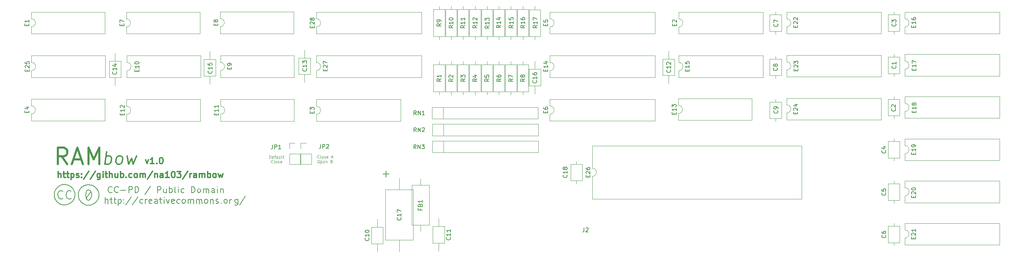
<source format=gto>
G04 #@! TF.GenerationSoftware,KiCad,Pcbnew,(5.1.12)-1*
G04 #@! TF.CreationDate,2024-06-16T18:18:34+02:00*
G04 #@! TF.ProjectId,RAMbow,52414d62-6f77-42e6-9b69-6361645f7063,rev?*
G04 #@! TF.SameCoordinates,Original*
G04 #@! TF.FileFunction,Legend,Top*
G04 #@! TF.FilePolarity,Positive*
%FSLAX46Y46*%
G04 Gerber Fmt 4.6, Leading zero omitted, Abs format (unit mm)*
G04 Created by KiCad (PCBNEW (5.1.12)-1) date 2024-06-16 18:18:34*
%MOMM*%
%LPD*%
G01*
G04 APERTURE LIST*
%ADD10C,0.300000*%
%ADD11C,0.100000*%
%ADD12C,0.500000*%
%ADD13C,0.120000*%
%ADD14C,0.150000*%
%ADD15C,1.600000*%
%ADD16O,1.600000X1.600000*%
%ADD17C,1.700000*%
%ADD18C,3.700000*%
%ADD19C,1.524000*%
%ADD20O,1.400000X1.400000*%
%ADD21C,1.400000*%
%ADD22R,1.400000X1.400000*%
%ADD23R,1.600000X1.600000*%
%ADD24R,1.700000X1.700000*%
%ADD25O,1.700000X1.700000*%
%ADD26C,2.000000*%
%ADD27O,2.000000X2.000000*%
G04 APERTURE END LIST*
D10*
X57554222Y-90329651D02*
X57911365Y-91329651D01*
X58268508Y-90329651D01*
X59625651Y-91329651D02*
X58768508Y-91329651D01*
X59197080Y-91329651D02*
X59197080Y-89829651D01*
X59054222Y-90043937D01*
X58911365Y-90186794D01*
X58768508Y-90258222D01*
X60268508Y-91186794D02*
X60339937Y-91258222D01*
X60268508Y-91329651D01*
X60197080Y-91258222D01*
X60268508Y-91186794D01*
X60268508Y-91329651D01*
X61268508Y-89829651D02*
X61411365Y-89829651D01*
X61554222Y-89901080D01*
X61625651Y-89972508D01*
X61697080Y-90115365D01*
X61768508Y-90401080D01*
X61768508Y-90758222D01*
X61697080Y-91043937D01*
X61625651Y-91186794D01*
X61554222Y-91258222D01*
X61411365Y-91329651D01*
X61268508Y-91329651D01*
X61125651Y-91258222D01*
X61054222Y-91186794D01*
X60982794Y-91043937D01*
X60911365Y-90758222D01*
X60911365Y-90401080D01*
X60982794Y-90115365D01*
X61054222Y-89972508D01*
X61125651Y-89901080D01*
X61268508Y-89829651D01*
D11*
X87637080Y-90012746D02*
X87637080Y-89312746D01*
X87803746Y-89312746D01*
X87903746Y-89346080D01*
X87970413Y-89412746D01*
X88003746Y-89479413D01*
X88037080Y-89612746D01*
X88037080Y-89712746D01*
X88003746Y-89846080D01*
X87970413Y-89912746D01*
X87903746Y-89979413D01*
X87803746Y-90012746D01*
X87637080Y-90012746D01*
X88603746Y-89979413D02*
X88537080Y-90012746D01*
X88403746Y-90012746D01*
X88337080Y-89979413D01*
X88303746Y-89912746D01*
X88303746Y-89646080D01*
X88337080Y-89579413D01*
X88403746Y-89546080D01*
X88537080Y-89546080D01*
X88603746Y-89579413D01*
X88637080Y-89646080D01*
X88637080Y-89712746D01*
X88303746Y-89779413D01*
X88837080Y-89546080D02*
X89103746Y-89546080D01*
X88937080Y-90012746D02*
X88937080Y-89412746D01*
X88970413Y-89346080D01*
X89037080Y-89312746D01*
X89103746Y-89312746D01*
X89637080Y-90012746D02*
X89637080Y-89646080D01*
X89603746Y-89579413D01*
X89537080Y-89546080D01*
X89403746Y-89546080D01*
X89337080Y-89579413D01*
X89637080Y-89979413D02*
X89570413Y-90012746D01*
X89403746Y-90012746D01*
X89337080Y-89979413D01*
X89303746Y-89912746D01*
X89303746Y-89846080D01*
X89337080Y-89779413D01*
X89403746Y-89746080D01*
X89570413Y-89746080D01*
X89637080Y-89712746D01*
X90270413Y-89546080D02*
X90270413Y-90012746D01*
X89970413Y-89546080D02*
X89970413Y-89912746D01*
X90003746Y-89979413D01*
X90070413Y-90012746D01*
X90170413Y-90012746D01*
X90237080Y-89979413D01*
X90270413Y-89946080D01*
X90703746Y-90012746D02*
X90637080Y-89979413D01*
X90603746Y-89912746D01*
X90603746Y-89312746D01*
X90870413Y-89546080D02*
X91137080Y-89546080D01*
X90970413Y-89312746D02*
X90970413Y-89912746D01*
X91003746Y-89979413D01*
X91070413Y-90012746D01*
X91137080Y-90012746D01*
X88470413Y-91096080D02*
X88437080Y-91129413D01*
X88337080Y-91162746D01*
X88270413Y-91162746D01*
X88170413Y-91129413D01*
X88103746Y-91062746D01*
X88070413Y-90996080D01*
X88037080Y-90862746D01*
X88037080Y-90762746D01*
X88070413Y-90629413D01*
X88103746Y-90562746D01*
X88170413Y-90496080D01*
X88270413Y-90462746D01*
X88337080Y-90462746D01*
X88437080Y-90496080D01*
X88470413Y-90529413D01*
X88870413Y-91162746D02*
X88803746Y-91129413D01*
X88770413Y-91062746D01*
X88770413Y-90462746D01*
X89237080Y-91162746D02*
X89170413Y-91129413D01*
X89137080Y-91096080D01*
X89103746Y-91029413D01*
X89103746Y-90829413D01*
X89137080Y-90762746D01*
X89170413Y-90729413D01*
X89237080Y-90696080D01*
X89337080Y-90696080D01*
X89403746Y-90729413D01*
X89437080Y-90762746D01*
X89470413Y-90829413D01*
X89470413Y-91029413D01*
X89437080Y-91096080D01*
X89403746Y-91129413D01*
X89337080Y-91162746D01*
X89237080Y-91162746D01*
X89737080Y-91129413D02*
X89803746Y-91162746D01*
X89937080Y-91162746D01*
X90003746Y-91129413D01*
X90037080Y-91062746D01*
X90037080Y-91029413D01*
X90003746Y-90962746D01*
X89937080Y-90929413D01*
X89837080Y-90929413D01*
X89770413Y-90896080D01*
X89737080Y-90829413D01*
X89737080Y-90796080D01*
X89770413Y-90729413D01*
X89837080Y-90696080D01*
X89937080Y-90696080D01*
X90003746Y-90729413D01*
X90603746Y-91129413D02*
X90537080Y-91162746D01*
X90403746Y-91162746D01*
X90337080Y-91129413D01*
X90303746Y-91062746D01*
X90303746Y-90796080D01*
X90337080Y-90729413D01*
X90403746Y-90696080D01*
X90537080Y-90696080D01*
X90603746Y-90729413D01*
X90637080Y-90796080D01*
X90637080Y-90862746D01*
X90303746Y-90929413D01*
X99683746Y-89896080D02*
X99650413Y-89929413D01*
X99550413Y-89962746D01*
X99483746Y-89962746D01*
X99383746Y-89929413D01*
X99317080Y-89862746D01*
X99283746Y-89796080D01*
X99250413Y-89662746D01*
X99250413Y-89562746D01*
X99283746Y-89429413D01*
X99317080Y-89362746D01*
X99383746Y-89296080D01*
X99483746Y-89262746D01*
X99550413Y-89262746D01*
X99650413Y-89296080D01*
X99683746Y-89329413D01*
X100083746Y-89962746D02*
X100017080Y-89929413D01*
X99983746Y-89862746D01*
X99983746Y-89262746D01*
X100450413Y-89962746D02*
X100383746Y-89929413D01*
X100350413Y-89896080D01*
X100317080Y-89829413D01*
X100317080Y-89629413D01*
X100350413Y-89562746D01*
X100383746Y-89529413D01*
X100450413Y-89496080D01*
X100550413Y-89496080D01*
X100617080Y-89529413D01*
X100650413Y-89562746D01*
X100683746Y-89629413D01*
X100683746Y-89829413D01*
X100650413Y-89896080D01*
X100617080Y-89929413D01*
X100550413Y-89962746D01*
X100450413Y-89962746D01*
X100950413Y-89929413D02*
X101017080Y-89962746D01*
X101150413Y-89962746D01*
X101217080Y-89929413D01*
X101250413Y-89862746D01*
X101250413Y-89829413D01*
X101217080Y-89762746D01*
X101150413Y-89729413D01*
X101050413Y-89729413D01*
X100983746Y-89696080D01*
X100950413Y-89629413D01*
X100950413Y-89596080D01*
X100983746Y-89529413D01*
X101050413Y-89496080D01*
X101150413Y-89496080D01*
X101217080Y-89529413D01*
X101817080Y-89929413D02*
X101750413Y-89962746D01*
X101617080Y-89962746D01*
X101550413Y-89929413D01*
X101517080Y-89862746D01*
X101517080Y-89596080D01*
X101550413Y-89529413D01*
X101617080Y-89496080D01*
X101750413Y-89496080D01*
X101817080Y-89529413D01*
X101850413Y-89596080D01*
X101850413Y-89662746D01*
X101517080Y-89729413D01*
X102650413Y-89762746D02*
X102983746Y-89762746D01*
X102583746Y-89962746D02*
X102817080Y-89262746D01*
X103050413Y-89962746D01*
X99500413Y-90412746D02*
X99633746Y-90412746D01*
X99700413Y-90446080D01*
X99767080Y-90512746D01*
X99800413Y-90646080D01*
X99800413Y-90879413D01*
X99767080Y-91012746D01*
X99700413Y-91079413D01*
X99633746Y-91112746D01*
X99500413Y-91112746D01*
X99433746Y-91079413D01*
X99367080Y-91012746D01*
X99333746Y-90879413D01*
X99333746Y-90646080D01*
X99367080Y-90512746D01*
X99433746Y-90446080D01*
X99500413Y-90412746D01*
X100100413Y-90646080D02*
X100100413Y-91346080D01*
X100100413Y-90679413D02*
X100167080Y-90646080D01*
X100300413Y-90646080D01*
X100367080Y-90679413D01*
X100400413Y-90712746D01*
X100433746Y-90779413D01*
X100433746Y-90979413D01*
X100400413Y-91046080D01*
X100367080Y-91079413D01*
X100300413Y-91112746D01*
X100167080Y-91112746D01*
X100100413Y-91079413D01*
X101000413Y-91079413D02*
X100933746Y-91112746D01*
X100800413Y-91112746D01*
X100733746Y-91079413D01*
X100700413Y-91012746D01*
X100700413Y-90746080D01*
X100733746Y-90679413D01*
X100800413Y-90646080D01*
X100933746Y-90646080D01*
X101000413Y-90679413D01*
X101033746Y-90746080D01*
X101033746Y-90812746D01*
X100700413Y-90879413D01*
X101333746Y-90646080D02*
X101333746Y-91112746D01*
X101333746Y-90712746D02*
X101367080Y-90679413D01*
X101433746Y-90646080D01*
X101533746Y-90646080D01*
X101600413Y-90679413D01*
X101633746Y-90746080D01*
X101633746Y-91112746D01*
X102733746Y-90746080D02*
X102833746Y-90779413D01*
X102867080Y-90812746D01*
X102900413Y-90879413D01*
X102900413Y-90979413D01*
X102867080Y-91046080D01*
X102833746Y-91079413D01*
X102767080Y-91112746D01*
X102500413Y-91112746D01*
X102500413Y-90412746D01*
X102733746Y-90412746D01*
X102800413Y-90446080D01*
X102833746Y-90479413D01*
X102867080Y-90546080D01*
X102867080Y-90612746D01*
X102833746Y-90679413D01*
X102800413Y-90712746D01*
X102733746Y-90746080D01*
X102500413Y-90746080D01*
D10*
X47677883Y-91438222D02*
X48052883Y-88438222D01*
X47910026Y-89581080D02*
X48213597Y-89438222D01*
X48785026Y-89438222D01*
X49052883Y-89581080D01*
X49177883Y-89723937D01*
X49285026Y-90009651D01*
X49177883Y-90866794D01*
X48999312Y-91152508D01*
X48838597Y-91295365D01*
X48535026Y-91438222D01*
X47963597Y-91438222D01*
X47695740Y-91295365D01*
X50820740Y-91438222D02*
X50552883Y-91295365D01*
X50427883Y-91152508D01*
X50320740Y-90866794D01*
X50427883Y-90009651D01*
X50606455Y-89723937D01*
X50767169Y-89581080D01*
X51070740Y-89438222D01*
X51499312Y-89438222D01*
X51767169Y-89581080D01*
X51892169Y-89723937D01*
X51999312Y-90009651D01*
X51892169Y-90866794D01*
X51713597Y-91152508D01*
X51552883Y-91295365D01*
X51249312Y-91438222D01*
X50820740Y-91438222D01*
X53070740Y-89438222D02*
X53392169Y-91438222D01*
X54142169Y-90009651D01*
X54535026Y-91438222D01*
X55356455Y-89438222D01*
X36348508Y-94709651D02*
X36348508Y-93209651D01*
X36991365Y-94709651D02*
X36991365Y-93923937D01*
X36919937Y-93781080D01*
X36777080Y-93709651D01*
X36562794Y-93709651D01*
X36419937Y-93781080D01*
X36348508Y-93852508D01*
X37491365Y-93709651D02*
X38062794Y-93709651D01*
X37705651Y-93209651D02*
X37705651Y-94495365D01*
X37777080Y-94638222D01*
X37919937Y-94709651D01*
X38062794Y-94709651D01*
X38348508Y-93709651D02*
X38919937Y-93709651D01*
X38562794Y-93209651D02*
X38562794Y-94495365D01*
X38634222Y-94638222D01*
X38777080Y-94709651D01*
X38919937Y-94709651D01*
X39419937Y-93709651D02*
X39419937Y-95209651D01*
X39419937Y-93781080D02*
X39562794Y-93709651D01*
X39848508Y-93709651D01*
X39991365Y-93781080D01*
X40062794Y-93852508D01*
X40134222Y-93995365D01*
X40134222Y-94423937D01*
X40062794Y-94566794D01*
X39991365Y-94638222D01*
X39848508Y-94709651D01*
X39562794Y-94709651D01*
X39419937Y-94638222D01*
X40705651Y-94638222D02*
X40848508Y-94709651D01*
X41134222Y-94709651D01*
X41277080Y-94638222D01*
X41348508Y-94495365D01*
X41348508Y-94423937D01*
X41277080Y-94281080D01*
X41134222Y-94209651D01*
X40919937Y-94209651D01*
X40777080Y-94138222D01*
X40705651Y-93995365D01*
X40705651Y-93923937D01*
X40777080Y-93781080D01*
X40919937Y-93709651D01*
X41134222Y-93709651D01*
X41277080Y-93781080D01*
X41991365Y-94566794D02*
X42062794Y-94638222D01*
X41991365Y-94709651D01*
X41919937Y-94638222D01*
X41991365Y-94566794D01*
X41991365Y-94709651D01*
X41991365Y-93781080D02*
X42062794Y-93852508D01*
X41991365Y-93923937D01*
X41919937Y-93852508D01*
X41991365Y-93781080D01*
X41991365Y-93923937D01*
X43777080Y-93138222D02*
X42491365Y-95066794D01*
X45348508Y-93138222D02*
X44062794Y-95066794D01*
X46491365Y-93709651D02*
X46491365Y-94923937D01*
X46419937Y-95066794D01*
X46348508Y-95138222D01*
X46205651Y-95209651D01*
X45991365Y-95209651D01*
X45848508Y-95138222D01*
X46491365Y-94638222D02*
X46348508Y-94709651D01*
X46062794Y-94709651D01*
X45919937Y-94638222D01*
X45848508Y-94566794D01*
X45777080Y-94423937D01*
X45777080Y-93995365D01*
X45848508Y-93852508D01*
X45919937Y-93781080D01*
X46062794Y-93709651D01*
X46348508Y-93709651D01*
X46491365Y-93781080D01*
X47205651Y-94709651D02*
X47205651Y-93709651D01*
X47205651Y-93209651D02*
X47134222Y-93281080D01*
X47205651Y-93352508D01*
X47277080Y-93281080D01*
X47205651Y-93209651D01*
X47205651Y-93352508D01*
X47705651Y-93709651D02*
X48277080Y-93709651D01*
X47919937Y-93209651D02*
X47919937Y-94495365D01*
X47991365Y-94638222D01*
X48134222Y-94709651D01*
X48277080Y-94709651D01*
X48777080Y-94709651D02*
X48777080Y-93209651D01*
X49419937Y-94709651D02*
X49419937Y-93923937D01*
X49348508Y-93781080D01*
X49205651Y-93709651D01*
X48991365Y-93709651D01*
X48848508Y-93781080D01*
X48777080Y-93852508D01*
X50777080Y-93709651D02*
X50777080Y-94709651D01*
X50134222Y-93709651D02*
X50134222Y-94495365D01*
X50205651Y-94638222D01*
X50348508Y-94709651D01*
X50562794Y-94709651D01*
X50705651Y-94638222D01*
X50777080Y-94566794D01*
X51491365Y-94709651D02*
X51491365Y-93209651D01*
X51491365Y-93781080D02*
X51634222Y-93709651D01*
X51919937Y-93709651D01*
X52062794Y-93781080D01*
X52134222Y-93852508D01*
X52205651Y-93995365D01*
X52205651Y-94423937D01*
X52134222Y-94566794D01*
X52062794Y-94638222D01*
X51919937Y-94709651D01*
X51634222Y-94709651D01*
X51491365Y-94638222D01*
X52848508Y-94566794D02*
X52919937Y-94638222D01*
X52848508Y-94709651D01*
X52777080Y-94638222D01*
X52848508Y-94566794D01*
X52848508Y-94709651D01*
X54205651Y-94638222D02*
X54062794Y-94709651D01*
X53777080Y-94709651D01*
X53634222Y-94638222D01*
X53562794Y-94566794D01*
X53491365Y-94423937D01*
X53491365Y-93995365D01*
X53562794Y-93852508D01*
X53634222Y-93781080D01*
X53777080Y-93709651D01*
X54062794Y-93709651D01*
X54205651Y-93781080D01*
X55062794Y-94709651D02*
X54919937Y-94638222D01*
X54848508Y-94566794D01*
X54777080Y-94423937D01*
X54777080Y-93995365D01*
X54848508Y-93852508D01*
X54919937Y-93781080D01*
X55062794Y-93709651D01*
X55277080Y-93709651D01*
X55419937Y-93781080D01*
X55491365Y-93852508D01*
X55562794Y-93995365D01*
X55562794Y-94423937D01*
X55491365Y-94566794D01*
X55419937Y-94638222D01*
X55277080Y-94709651D01*
X55062794Y-94709651D01*
X56205651Y-94709651D02*
X56205651Y-93709651D01*
X56205651Y-93852508D02*
X56277080Y-93781080D01*
X56419937Y-93709651D01*
X56634222Y-93709651D01*
X56777080Y-93781080D01*
X56848508Y-93923937D01*
X56848508Y-94709651D01*
X56848508Y-93923937D02*
X56919937Y-93781080D01*
X57062794Y-93709651D01*
X57277080Y-93709651D01*
X57419937Y-93781080D01*
X57491365Y-93923937D01*
X57491365Y-94709651D01*
X59277080Y-93138222D02*
X57991365Y-95066794D01*
X59777080Y-93709651D02*
X59777080Y-94709651D01*
X59777080Y-93852508D02*
X59848508Y-93781080D01*
X59991365Y-93709651D01*
X60205651Y-93709651D01*
X60348508Y-93781080D01*
X60419937Y-93923937D01*
X60419937Y-94709651D01*
X61777080Y-94709651D02*
X61777080Y-93923937D01*
X61705651Y-93781080D01*
X61562794Y-93709651D01*
X61277080Y-93709651D01*
X61134222Y-93781080D01*
X61777080Y-94638222D02*
X61634222Y-94709651D01*
X61277080Y-94709651D01*
X61134222Y-94638222D01*
X61062794Y-94495365D01*
X61062794Y-94352508D01*
X61134222Y-94209651D01*
X61277080Y-94138222D01*
X61634222Y-94138222D01*
X61777080Y-94066794D01*
X63277080Y-94709651D02*
X62419937Y-94709651D01*
X62848508Y-94709651D02*
X62848508Y-93209651D01*
X62705651Y-93423937D01*
X62562794Y-93566794D01*
X62419937Y-93638222D01*
X64205651Y-93209651D02*
X64348508Y-93209651D01*
X64491365Y-93281080D01*
X64562794Y-93352508D01*
X64634222Y-93495365D01*
X64705651Y-93781080D01*
X64705651Y-94138222D01*
X64634222Y-94423937D01*
X64562794Y-94566794D01*
X64491365Y-94638222D01*
X64348508Y-94709651D01*
X64205651Y-94709651D01*
X64062794Y-94638222D01*
X63991365Y-94566794D01*
X63919937Y-94423937D01*
X63848508Y-94138222D01*
X63848508Y-93781080D01*
X63919937Y-93495365D01*
X63991365Y-93352508D01*
X64062794Y-93281080D01*
X64205651Y-93209651D01*
X65205651Y-93209651D02*
X66134222Y-93209651D01*
X65634222Y-93781080D01*
X65848508Y-93781080D01*
X65991365Y-93852508D01*
X66062794Y-93923937D01*
X66134222Y-94066794D01*
X66134222Y-94423937D01*
X66062794Y-94566794D01*
X65991365Y-94638222D01*
X65848508Y-94709651D01*
X65419937Y-94709651D01*
X65277080Y-94638222D01*
X65205651Y-94566794D01*
X67848508Y-93138222D02*
X66562794Y-95066794D01*
X68348508Y-94709651D02*
X68348508Y-93709651D01*
X68348508Y-93995365D02*
X68419937Y-93852508D01*
X68491365Y-93781080D01*
X68634222Y-93709651D01*
X68777080Y-93709651D01*
X69919937Y-94709651D02*
X69919937Y-93923937D01*
X69848508Y-93781080D01*
X69705651Y-93709651D01*
X69419937Y-93709651D01*
X69277080Y-93781080D01*
X69919937Y-94638222D02*
X69777080Y-94709651D01*
X69419937Y-94709651D01*
X69277080Y-94638222D01*
X69205651Y-94495365D01*
X69205651Y-94352508D01*
X69277080Y-94209651D01*
X69419937Y-94138222D01*
X69777080Y-94138222D01*
X69919937Y-94066794D01*
X70634222Y-94709651D02*
X70634222Y-93709651D01*
X70634222Y-93852508D02*
X70705651Y-93781080D01*
X70848508Y-93709651D01*
X71062794Y-93709651D01*
X71205651Y-93781080D01*
X71277080Y-93923937D01*
X71277080Y-94709651D01*
X71277080Y-93923937D02*
X71348508Y-93781080D01*
X71491365Y-93709651D01*
X71705651Y-93709651D01*
X71848508Y-93781080D01*
X71919937Y-93923937D01*
X71919937Y-94709651D01*
X72634222Y-94709651D02*
X72634222Y-93209651D01*
X72634222Y-93781080D02*
X72777080Y-93709651D01*
X73062794Y-93709651D01*
X73205651Y-93781080D01*
X73277080Y-93852508D01*
X73348508Y-93995365D01*
X73348508Y-94423937D01*
X73277080Y-94566794D01*
X73205651Y-94638222D01*
X73062794Y-94709651D01*
X72777080Y-94709651D01*
X72634222Y-94638222D01*
X74205651Y-94709651D02*
X74062794Y-94638222D01*
X73991365Y-94566794D01*
X73919937Y-94423937D01*
X73919937Y-93995365D01*
X73991365Y-93852508D01*
X74062794Y-93781080D01*
X74205651Y-93709651D01*
X74419937Y-93709651D01*
X74562794Y-93781080D01*
X74634222Y-93852508D01*
X74705651Y-93995365D01*
X74705651Y-94423937D01*
X74634222Y-94566794D01*
X74562794Y-94638222D01*
X74419937Y-94709651D01*
X74205651Y-94709651D01*
X75205651Y-93709651D02*
X75491365Y-94709651D01*
X75777080Y-93995365D01*
X76062794Y-94709651D01*
X76348508Y-93709651D01*
D12*
X38495175Y-91430603D02*
X37161841Y-89525841D01*
X36209460Y-91430603D02*
X36209460Y-87430603D01*
X37733270Y-87430603D01*
X38114222Y-87621080D01*
X38304699Y-87811556D01*
X38495175Y-88192508D01*
X38495175Y-88763937D01*
X38304699Y-89144889D01*
X38114222Y-89335365D01*
X37733270Y-89525841D01*
X36209460Y-89525841D01*
X40018984Y-90287746D02*
X41923746Y-90287746D01*
X39638032Y-91430603D02*
X40971365Y-87430603D01*
X42304699Y-91430603D01*
X43638032Y-91430603D02*
X43638032Y-87430603D01*
X44971365Y-90287746D01*
X46304699Y-87430603D01*
X46304699Y-91430603D01*
D13*
X122547080Y-97681080D02*
X115807080Y-97681080D01*
X115807080Y-97681080D02*
X115807080Y-109921080D01*
X115807080Y-109921080D02*
X122547080Y-109921080D01*
X122547080Y-109921080D02*
X122547080Y-97681080D01*
X119177080Y-94841080D02*
X119177080Y-97681080D01*
X119177080Y-112761080D02*
X119177080Y-109921080D01*
D14*
X44306520Y-96540780D02*
X43707080Y-96441720D01*
X44707840Y-96639840D02*
X44306520Y-96540780D01*
X45208220Y-96942100D02*
X44707840Y-96639840D01*
X45706060Y-97439940D02*
X45208220Y-96942100D01*
X46008320Y-97940320D02*
X45706060Y-97439940D01*
X46206440Y-98542300D02*
X46008320Y-97940320D01*
X46206440Y-99141740D02*
X46206440Y-98542300D01*
X46107380Y-99741180D02*
X46206440Y-99141740D01*
X45706060Y-100442220D02*
X46107380Y-99741180D01*
X45208220Y-100940060D02*
X45706060Y-100442220D01*
X44606240Y-101242320D02*
X45208220Y-100940060D01*
X44006800Y-101440440D02*
X44606240Y-101242320D01*
X43206700Y-101440440D02*
X44006800Y-101440440D01*
X42508200Y-101140720D02*
X43206700Y-101440440D01*
X42007820Y-100741940D02*
X42508200Y-101140720D01*
X41405840Y-100040900D02*
X42007820Y-100741940D01*
X41207720Y-99240800D02*
X41405840Y-100040900D01*
X41207720Y-98641360D02*
X41207720Y-99240800D01*
X41306780Y-98140980D02*
X41207720Y-98641360D01*
X41507440Y-97742200D02*
X41306780Y-98140980D01*
X42007820Y-97140220D02*
X41507440Y-97742200D01*
X42508200Y-96741440D02*
X42007820Y-97140220D01*
X43006040Y-96540780D02*
X42508200Y-96741440D01*
X43608020Y-96441720D02*
X43006040Y-96540780D01*
X43707080Y-96441720D02*
X43608020Y-96441720D01*
X43457080Y-97791080D02*
X43707080Y-97741080D01*
X43207080Y-97991080D02*
X43457080Y-97791080D01*
X43057080Y-98491080D02*
X43207080Y-97991080D01*
X42957080Y-98991080D02*
X43057080Y-98491080D01*
X43057080Y-99541080D02*
X42957080Y-98991080D01*
X43207080Y-99941080D02*
X43057080Y-99541080D01*
X43457080Y-100191080D02*
X43207080Y-99941080D01*
X43757080Y-100241080D02*
X43457080Y-100191080D01*
X44057080Y-100041080D02*
X43757080Y-100241080D01*
X44207080Y-99791080D02*
X44057080Y-100041080D01*
X44407080Y-99341080D02*
X44207080Y-99791080D01*
X44407080Y-98991080D02*
X44407080Y-99341080D01*
X44407080Y-98541080D02*
X44407080Y-98991080D01*
X44257080Y-98141080D02*
X44407080Y-98541080D01*
X44007080Y-97841080D02*
X44257080Y-98141080D01*
X43707080Y-97741080D02*
X44007080Y-97841080D01*
X38456520Y-96490780D02*
X37857080Y-96391720D01*
X38857840Y-96589840D02*
X38456520Y-96490780D01*
X39358220Y-96892100D02*
X38857840Y-96589840D01*
X39856060Y-97389940D02*
X39358220Y-96892100D01*
X40158320Y-97890320D02*
X39856060Y-97389940D01*
X40356440Y-98492300D02*
X40158320Y-97890320D01*
X40356440Y-99091740D02*
X40356440Y-98492300D01*
X40257380Y-99691180D02*
X40356440Y-99091740D01*
X39856060Y-100392220D02*
X40257380Y-99691180D01*
X39358220Y-100890060D02*
X39856060Y-100392220D01*
X38756240Y-101192320D02*
X39358220Y-100890060D01*
X38156800Y-101390440D02*
X38756240Y-101192320D01*
X37356700Y-101390440D02*
X38156800Y-101390440D01*
X36658200Y-101090720D02*
X37356700Y-101390440D01*
X36157820Y-100691940D02*
X36658200Y-101090720D01*
X35555840Y-99990900D02*
X36157820Y-100691940D01*
X35357720Y-99190800D02*
X35555840Y-99990900D01*
X35357720Y-98591360D02*
X35357720Y-99190800D01*
X35456780Y-98090980D02*
X35357720Y-98591360D01*
X35657440Y-97692200D02*
X35456780Y-98090980D01*
X36157820Y-97090220D02*
X35657440Y-97692200D01*
X36658200Y-96691440D02*
X36157820Y-97090220D01*
X37156040Y-96490780D02*
X36658200Y-96691440D01*
X37758020Y-96391720D02*
X37156040Y-96490780D01*
X37857080Y-96391720D02*
X37758020Y-96391720D01*
X37257640Y-99891840D02*
X37458300Y-99691180D01*
X36856320Y-99891840D02*
X37257640Y-99891840D01*
X36556600Y-99790240D02*
X36856320Y-99891840D01*
X36355940Y-99490520D02*
X36556600Y-99790240D01*
X36256880Y-98990140D02*
X36355940Y-99490520D01*
X36256880Y-98591360D02*
X36256880Y-98990140D01*
X36355940Y-98190040D02*
X36256880Y-98591360D01*
X36658200Y-97991920D02*
X36355940Y-98190040D01*
X37056980Y-97890320D02*
X36658200Y-97991920D01*
X37356700Y-97991920D02*
X37056980Y-97890320D01*
X37458300Y-98090980D02*
X37356700Y-97991920D01*
X39358220Y-99891840D02*
X39457280Y-99691180D01*
X39055960Y-99891840D02*
X39358220Y-99891840D01*
X38857840Y-99891840D02*
X39055960Y-99891840D01*
X38456520Y-99691180D02*
X38857840Y-99891840D01*
X38255860Y-99289860D02*
X38456520Y-99691180D01*
X38255860Y-98891080D02*
X38255860Y-99289860D01*
X38357460Y-98390700D02*
X38255860Y-98891080D01*
X38558120Y-97991920D02*
X38357460Y-98390700D01*
X38857840Y-97890320D02*
X38558120Y-97991920D01*
X39157560Y-97890320D02*
X38857840Y-97890320D01*
X39358220Y-97991920D02*
X39157560Y-97890320D01*
X39457280Y-98090980D02*
X39358220Y-97991920D01*
X49057080Y-98391080D02*
X49407080Y-98291080D01*
X48707080Y-98291080D02*
X49057080Y-98391080D01*
X48507080Y-97991080D02*
X48707080Y-98291080D01*
X48407080Y-97691080D02*
X48507080Y-97991080D01*
X48507080Y-97241080D02*
X48407080Y-97691080D01*
X48757080Y-96941080D02*
X48507080Y-97241080D01*
X49107080Y-96891080D02*
X48757080Y-96941080D01*
X49407080Y-97041080D02*
X49107080Y-96891080D01*
X50657080Y-98391080D02*
X50907080Y-98241080D01*
X50357080Y-98341080D02*
X50657080Y-98391080D01*
X50057080Y-98041080D02*
X50357080Y-98341080D01*
X49957080Y-97641080D02*
X50057080Y-98041080D01*
X50007080Y-97241080D02*
X49957080Y-97641080D01*
X50357080Y-96891080D02*
X50007080Y-97241080D01*
X50757080Y-96941080D02*
X50357080Y-96891080D01*
X51007080Y-97041080D02*
X50757080Y-96941080D01*
X51507080Y-97841080D02*
X52757080Y-97841080D01*
X54007080Y-97641080D02*
X53507080Y-97641080D01*
X54257080Y-97541080D02*
X54007080Y-97641080D01*
X54307080Y-97291080D02*
X54257080Y-97541080D01*
X54307080Y-97091080D02*
X54307080Y-97291080D01*
X54107080Y-96891080D02*
X54307080Y-97091080D01*
X53507080Y-96891080D02*
X54107080Y-96891080D01*
X53507080Y-98391080D02*
X53507080Y-96891080D01*
X55257080Y-96891080D02*
X55107080Y-96891080D01*
X55607080Y-96991080D02*
X55257080Y-96891080D01*
X55757080Y-97241080D02*
X55607080Y-96991080D01*
X55857080Y-97641080D02*
X55757080Y-97241080D01*
X55807080Y-97991080D02*
X55857080Y-97641080D01*
X55607080Y-98291080D02*
X55807080Y-97991080D01*
X55307080Y-98391080D02*
X55607080Y-98291080D01*
X55007080Y-98391080D02*
X55307080Y-98391080D01*
X55007080Y-96891080D02*
X55007080Y-98391080D01*
X57407080Y-98791080D02*
X58757080Y-96791080D01*
X61007080Y-97691080D02*
X60557080Y-97691080D01*
X61207080Y-97541080D02*
X61007080Y-97691080D01*
X61307080Y-97291080D02*
X61207080Y-97541080D01*
X61207080Y-96991080D02*
X61307080Y-97291080D01*
X60957080Y-96891080D02*
X61207080Y-96991080D01*
X60457080Y-96891080D02*
X60957080Y-96891080D01*
X60457080Y-98391080D02*
X60457080Y-96891080D01*
X62257080Y-98391080D02*
X62607080Y-98291080D01*
X62057080Y-98341080D02*
X62257080Y-98391080D01*
X61907080Y-98191080D02*
X62057080Y-98341080D01*
X61907080Y-97841080D02*
X61907080Y-98191080D01*
X61907080Y-97441080D02*
X61907080Y-97841080D01*
X62607080Y-97391080D02*
X62607080Y-98391080D01*
X63707080Y-97391080D02*
X63407080Y-97391080D01*
X63957080Y-97491080D02*
X63707080Y-97391080D01*
X64057080Y-97841080D02*
X63957080Y-97491080D01*
X63957080Y-98241080D02*
X64057080Y-97841080D01*
X63707080Y-98391080D02*
X63957080Y-98241080D01*
X63307080Y-98391080D02*
X63707080Y-98391080D01*
X63357080Y-96891080D02*
X63307080Y-98391080D01*
X64707080Y-98241080D02*
X64907080Y-98391080D01*
X64707080Y-96941080D02*
X64707080Y-98241080D01*
X65507080Y-97041080D02*
X65457080Y-97041080D01*
X65507080Y-96941080D02*
X65507080Y-97041080D01*
X65507080Y-97391080D02*
X65507080Y-98341080D01*
X66607080Y-98391080D02*
X66857080Y-98341080D01*
X66307080Y-98341080D02*
X66607080Y-98391080D01*
X66157080Y-98091080D02*
X66307080Y-98341080D01*
X66157080Y-97741080D02*
X66157080Y-98091080D01*
X66307080Y-97441080D02*
X66157080Y-97741080D01*
X66657080Y-97391080D02*
X66307080Y-97441080D01*
X66907080Y-97491080D02*
X66657080Y-97391080D01*
X69207080Y-96941080D02*
X68707080Y-96891080D01*
X69457080Y-97191080D02*
X69207080Y-96941080D01*
X69557080Y-97691080D02*
X69457080Y-97191080D01*
X69457080Y-98141080D02*
X69557080Y-97691080D01*
X69107080Y-98391080D02*
X69457080Y-98141080D01*
X68707080Y-98391080D02*
X69107080Y-98391080D01*
X68707080Y-96891080D02*
X68707080Y-98391080D01*
X70857080Y-97591080D02*
X70657080Y-97441080D01*
X70907080Y-97741080D02*
X70857080Y-97591080D01*
X70907080Y-98091080D02*
X70907080Y-97741080D01*
X70707080Y-98341080D02*
X70907080Y-98091080D01*
X70407080Y-98391080D02*
X70707080Y-98341080D01*
X70157080Y-98141080D02*
X70407080Y-98391080D01*
X70157080Y-97791080D02*
X70157080Y-98141080D01*
X70307080Y-97491080D02*
X70157080Y-97791080D01*
X70557080Y-97391080D02*
X70307080Y-97491080D01*
X71607080Y-98441080D02*
X71607080Y-97391080D01*
X71957080Y-97441080D02*
X71707080Y-97491080D01*
X72157080Y-97491080D02*
X71957080Y-97441080D01*
X72257080Y-97591080D02*
X72157080Y-97491080D01*
X72257080Y-98441080D02*
X72257080Y-97591080D01*
X72507080Y-97441080D02*
X72307080Y-97541080D01*
X72757080Y-97441080D02*
X72507080Y-97441080D01*
X72857080Y-97541080D02*
X72757080Y-97441080D01*
X72907080Y-97741080D02*
X72857080Y-97541080D01*
X72907080Y-98491080D02*
X72907080Y-97741080D01*
X74257080Y-97591080D02*
X74307080Y-98441080D01*
X74107080Y-97391080D02*
X74257080Y-97591080D01*
X73757080Y-97391080D02*
X74107080Y-97391080D01*
X73607080Y-97491080D02*
X73757080Y-97391080D01*
X73807080Y-98391080D02*
X74207080Y-98341080D01*
X73607080Y-98291080D02*
X73807080Y-98391080D01*
X73607080Y-98041080D02*
X73607080Y-98291080D01*
X73757080Y-97891080D02*
X73607080Y-98041080D01*
X74057080Y-97891080D02*
X73757080Y-97891080D01*
X75007080Y-96891080D02*
X75007080Y-96991080D01*
X75007080Y-97441080D02*
X75007080Y-98391080D01*
X75757080Y-97441080D02*
X75757080Y-98341080D01*
X76157080Y-97441080D02*
X75807080Y-97491080D01*
X76307080Y-97491080D02*
X76157080Y-97441080D01*
X76407080Y-97691080D02*
X76307080Y-97491080D01*
X76457080Y-98391080D02*
X76407080Y-97691080D01*
X47757080Y-99491080D02*
X47757080Y-100991080D01*
X48307080Y-100041080D02*
X47907080Y-100041080D01*
X48407080Y-100241080D02*
X48307080Y-100041080D01*
X48457080Y-101091080D02*
X48407080Y-100241080D01*
X49307080Y-101041080D02*
X49507080Y-101041080D01*
X49157080Y-100891080D02*
X49307080Y-101041080D01*
X49157080Y-99491080D02*
X49157080Y-100891080D01*
X48807080Y-99991080D02*
X49407080Y-99991080D01*
X50307080Y-100991080D02*
X50407080Y-100991080D01*
X50057080Y-100891080D02*
X50307080Y-100991080D01*
X50057080Y-99491080D02*
X50057080Y-100891080D01*
X50407080Y-99991080D02*
X49907080Y-99991080D01*
X50907080Y-101541080D02*
X50907080Y-99991080D01*
X51357080Y-99991080D02*
X51007080Y-100091080D01*
X51607080Y-100141080D02*
X51357080Y-99991080D01*
X51657080Y-100491080D02*
X51607080Y-100141080D01*
X51557080Y-100791080D02*
X51657080Y-100491080D01*
X51307080Y-100991080D02*
X51557080Y-100791080D01*
X50957080Y-100991080D02*
X51307080Y-100991080D01*
X52257080Y-100041080D02*
X52257080Y-100141080D01*
X52307080Y-100841080D02*
X52257080Y-100991080D01*
X52757080Y-101391080D02*
X54057080Y-99441080D01*
X54357080Y-101391080D02*
X55657080Y-99391080D01*
X56507080Y-100991080D02*
X56807080Y-100891080D01*
X56207080Y-100841080D02*
X56507080Y-100991080D01*
X56107080Y-100441080D02*
X56207080Y-100841080D01*
X56307080Y-100041080D02*
X56107080Y-100441080D01*
X56607080Y-99991080D02*
X56307080Y-100041080D01*
X56857080Y-100091080D02*
X56607080Y-99991080D01*
X57457080Y-100991080D02*
X57457080Y-99941080D01*
X57757080Y-100041080D02*
X57557080Y-100191080D01*
X58007080Y-99991080D02*
X57757080Y-100041080D01*
X59107080Y-100291080D02*
X58457080Y-100541080D01*
X59107080Y-100191080D02*
X59107080Y-100291080D01*
X58907080Y-99991080D02*
X59107080Y-100191080D01*
X58657080Y-99991080D02*
X58907080Y-99991080D01*
X58457080Y-100091080D02*
X58657080Y-99991080D01*
X58357080Y-100341080D02*
X58457080Y-100091080D01*
X58407080Y-100691080D02*
X58357080Y-100341080D01*
X58507080Y-100991080D02*
X58407080Y-100691080D01*
X58757080Y-100991080D02*
X58507080Y-100991080D01*
X59057080Y-100941080D02*
X58757080Y-100991080D01*
X59807080Y-100491080D02*
X60307080Y-100441080D01*
X59707080Y-100641080D02*
X59807080Y-100491080D01*
X59757080Y-100891080D02*
X59707080Y-100641080D01*
X59907080Y-100991080D02*
X59757080Y-100891080D01*
X60407080Y-100991080D02*
X59907080Y-100991080D01*
X60407080Y-101041080D02*
X60407080Y-100991080D01*
X60407080Y-100191080D02*
X60407080Y-101041080D01*
X60257080Y-99991080D02*
X60407080Y-100191080D01*
X59857080Y-99991080D02*
X60257080Y-99991080D01*
X59707080Y-100041080D02*
X59857080Y-99991080D01*
X61307080Y-100941080D02*
X61457080Y-100991080D01*
X61157080Y-100791080D02*
X61307080Y-100941080D01*
X61157080Y-99541080D02*
X61157080Y-100791080D01*
X60857080Y-99991080D02*
X61507080Y-99991080D01*
X62007080Y-99441080D02*
X62007080Y-99591080D01*
X62007080Y-99991080D02*
X62007080Y-100991080D01*
X62957080Y-100991080D02*
X63307080Y-99991080D01*
X62557080Y-99941080D02*
X62957080Y-100991080D01*
X64657080Y-100291080D02*
X63907080Y-100541080D01*
X64607080Y-100191080D02*
X64657080Y-100291080D01*
X64407080Y-99991080D02*
X64607080Y-100191080D01*
X64057080Y-99991080D02*
X64407080Y-99991080D01*
X63807080Y-100091080D02*
X64057080Y-99991080D01*
X63807080Y-100441080D02*
X63807080Y-100091080D01*
X63857080Y-100791080D02*
X63807080Y-100441080D01*
X64057080Y-100991080D02*
X63857080Y-100791080D01*
X64307080Y-100991080D02*
X64057080Y-100991080D01*
X64557080Y-100941080D02*
X64307080Y-100991080D01*
X65607080Y-100991080D02*
X65807080Y-100891080D01*
X65307080Y-100941080D02*
X65607080Y-100991080D01*
X65157080Y-100841080D02*
X65307080Y-100941080D01*
X65107080Y-100591080D02*
X65157080Y-100841080D01*
X65207080Y-100191080D02*
X65107080Y-100591080D01*
X65407080Y-99991080D02*
X65207080Y-100191080D01*
X65657080Y-99991080D02*
X65407080Y-99991080D01*
X65907080Y-100091080D02*
X65657080Y-99991080D01*
X67207080Y-100191080D02*
X67007080Y-100041080D01*
X67257080Y-100491080D02*
X67207080Y-100191080D01*
X67157080Y-100791080D02*
X67257080Y-100491080D01*
X66957080Y-100941080D02*
X67157080Y-100791080D01*
X66707080Y-100991080D02*
X66957080Y-100941080D01*
X66457080Y-100891080D02*
X66707080Y-100991080D01*
X66357080Y-100391080D02*
X66457080Y-100891080D01*
X66657080Y-100041080D02*
X66357080Y-100391080D01*
X66857080Y-100041080D02*
X66657080Y-100041080D01*
X67907080Y-101041080D02*
X67907080Y-99991080D01*
X68357080Y-100041080D02*
X67957080Y-100091080D01*
X68507080Y-100191080D02*
X68357080Y-100041080D01*
X68507080Y-101041080D02*
X68507080Y-100191080D01*
X68857080Y-99991080D02*
X68557080Y-100091080D01*
X69057080Y-100041080D02*
X68857080Y-99991080D01*
X69207080Y-100191080D02*
X69057080Y-100041080D01*
X69207080Y-101091080D02*
X69207080Y-100191080D01*
X69907080Y-101041080D02*
X69907080Y-100041080D01*
X70157080Y-100041080D02*
X70007080Y-100091080D01*
X70407080Y-99991080D02*
X70157080Y-100041080D01*
X70607080Y-100141080D02*
X70407080Y-99991080D01*
X70607080Y-101091080D02*
X70607080Y-100141080D01*
X70807080Y-100041080D02*
X70657080Y-100141080D01*
X71057080Y-99991080D02*
X70807080Y-100041080D01*
X71207080Y-100141080D02*
X71057080Y-99991080D01*
X71257080Y-101041080D02*
X71207080Y-100141080D01*
X72707080Y-100441080D02*
X72657080Y-100191080D01*
X72657080Y-100641080D02*
X72707080Y-100441080D01*
X72557080Y-100891080D02*
X72657080Y-100641080D01*
X72307080Y-100991080D02*
X72557080Y-100891080D01*
X72057080Y-100941080D02*
X72307080Y-100991080D01*
X71907080Y-100741080D02*
X72057080Y-100941080D01*
X71857080Y-100541080D02*
X71907080Y-100741080D01*
X71907080Y-100241080D02*
X71857080Y-100541080D01*
X72007080Y-100041080D02*
X71907080Y-100241080D01*
X72207080Y-99991080D02*
X72007080Y-100041080D01*
X72457080Y-99991080D02*
X72207080Y-99991080D01*
X72607080Y-100091080D02*
X72457080Y-99991080D01*
X73307080Y-101041080D02*
X73307080Y-99991080D01*
X73657080Y-100041080D02*
X73357080Y-100141080D01*
X73857080Y-100041080D02*
X73657080Y-100041080D01*
X74007080Y-100241080D02*
X73857080Y-100041080D01*
X73957080Y-101091080D02*
X74007080Y-100241080D01*
X74757080Y-101041080D02*
X74657080Y-100941080D01*
X75007080Y-100991080D02*
X74757080Y-101041080D01*
X75257080Y-100841080D02*
X75007080Y-100991080D01*
X75207080Y-100591080D02*
X75257080Y-100841080D01*
X74957080Y-100491080D02*
X75207080Y-100591080D01*
X74657080Y-100341080D02*
X74957080Y-100491080D01*
X74657080Y-100091080D02*
X74657080Y-100341080D01*
X74907080Y-99941080D02*
X74657080Y-100091080D01*
X75207080Y-100041080D02*
X74907080Y-99941080D01*
X75907080Y-100841080D02*
X75907080Y-100991080D01*
X77407080Y-100291080D02*
X77207080Y-100041080D01*
X77407080Y-100541080D02*
X77407080Y-100291080D01*
X77307080Y-100891080D02*
X77407080Y-100541080D01*
X77007080Y-101041080D02*
X77307080Y-100891080D01*
X76707080Y-100841080D02*
X77007080Y-101041080D01*
X76607080Y-100541080D02*
X76707080Y-100841080D01*
X76607080Y-100191080D02*
X76607080Y-100541080D01*
X76857080Y-99991080D02*
X76607080Y-100191080D01*
X77157080Y-99991080D02*
X76857080Y-99991080D01*
X78007080Y-99991080D02*
X78007080Y-101041080D01*
X78357080Y-99991080D02*
X78107080Y-100141080D01*
X78507080Y-99991080D02*
X78357080Y-99991080D01*
X79957080Y-101091080D02*
X79957080Y-99941080D01*
X79807080Y-101391080D02*
X79957080Y-101091080D01*
X79507080Y-101491080D02*
X79807080Y-101391080D01*
X79257080Y-101391080D02*
X79507080Y-101491080D01*
X79607080Y-100941080D02*
X79857080Y-100941080D01*
X79407080Y-100841080D02*
X79607080Y-100941080D01*
X79207080Y-100541080D02*
X79407080Y-100841080D01*
X79257080Y-100141080D02*
X79207080Y-100541080D01*
X79507080Y-99991080D02*
X79257080Y-100141080D01*
X79857080Y-100041080D02*
X79507080Y-99991080D01*
X80457080Y-101341080D02*
X81757080Y-99291080D01*
X44257080Y-98141080D02*
X43207080Y-99691080D01*
D13*
X237977080Y-69331080D02*
X240817080Y-69331080D01*
X240817080Y-69331080D02*
X240817080Y-65291080D01*
X240817080Y-65291080D02*
X237977080Y-65291080D01*
X237977080Y-65291080D02*
X237977080Y-69331080D01*
X239397080Y-70021080D02*
X239397080Y-69331080D01*
X239397080Y-64601080D02*
X239397080Y-65291080D01*
X237977080Y-79641080D02*
X240817080Y-79641080D01*
X240817080Y-79641080D02*
X240817080Y-75601080D01*
X240817080Y-75601080D02*
X237977080Y-75601080D01*
X237977080Y-75601080D02*
X237977080Y-79641080D01*
X239397080Y-80331080D02*
X239397080Y-79641080D01*
X239397080Y-74911080D02*
X239397080Y-75601080D01*
X239397080Y-54291080D02*
X239397080Y-54981080D01*
X239397080Y-59711080D02*
X239397080Y-59021080D01*
X237977080Y-54981080D02*
X237977080Y-59021080D01*
X240817080Y-54981080D02*
X237977080Y-54981080D01*
X240817080Y-59021080D02*
X240817080Y-54981080D01*
X237977080Y-59021080D02*
X240817080Y-59021080D01*
X239397080Y-85221080D02*
X239397080Y-85911080D01*
X239397080Y-90641080D02*
X239397080Y-89951080D01*
X237977080Y-85911080D02*
X237977080Y-89951080D01*
X240817080Y-85911080D02*
X237977080Y-85911080D01*
X240817080Y-89951080D02*
X240817080Y-85911080D01*
X237977080Y-89951080D02*
X240817080Y-89951080D01*
X237977080Y-100261080D02*
X240817080Y-100261080D01*
X240817080Y-100261080D02*
X240817080Y-96221080D01*
X240817080Y-96221080D02*
X237977080Y-96221080D01*
X237977080Y-96221080D02*
X237977080Y-100261080D01*
X239397080Y-100951080D02*
X239397080Y-100261080D01*
X239397080Y-95531080D02*
X239397080Y-96221080D01*
X239397080Y-105841080D02*
X239397080Y-106531080D01*
X239397080Y-111261080D02*
X239397080Y-110571080D01*
X237977080Y-106531080D02*
X237977080Y-110571080D01*
X240817080Y-106531080D02*
X237977080Y-106531080D01*
X240817080Y-110571080D02*
X240817080Y-106531080D01*
X237977080Y-110571080D02*
X240817080Y-110571080D01*
X209227080Y-59021080D02*
X212067080Y-59021080D01*
X212067080Y-59021080D02*
X212067080Y-54981080D01*
X212067080Y-54981080D02*
X209227080Y-54981080D01*
X209227080Y-54981080D02*
X209227080Y-59021080D01*
X210647080Y-59711080D02*
X210647080Y-59021080D01*
X210647080Y-54291080D02*
X210647080Y-54981080D01*
X210647080Y-65091080D02*
X210647080Y-65781080D01*
X210647080Y-70511080D02*
X210647080Y-69821080D01*
X209227080Y-65781080D02*
X209227080Y-69821080D01*
X212067080Y-65781080D02*
X209227080Y-65781080D01*
X212067080Y-69821080D02*
X212067080Y-65781080D01*
X209227080Y-69821080D02*
X212067080Y-69821080D01*
X210647080Y-75591080D02*
X210647080Y-76281080D01*
X210647080Y-81011080D02*
X210647080Y-80321080D01*
X209227080Y-76281080D02*
X209227080Y-80321080D01*
X212067080Y-76281080D02*
X209227080Y-76281080D01*
X212067080Y-80321080D02*
X212067080Y-76281080D01*
X209227080Y-80321080D02*
X212067080Y-80321080D01*
X29767080Y-54341080D02*
X29767080Y-55991080D01*
X47667080Y-54341080D02*
X29767080Y-54341080D01*
X47667080Y-59641080D02*
X47667080Y-54341080D01*
X29767080Y-59641080D02*
X47667080Y-59641080D01*
X29767080Y-57991080D02*
X29767080Y-59641080D01*
X29767080Y-55991080D02*
G75*
G02*
X29767080Y-57991080I0J-1000000D01*
G01*
X187117080Y-57991080D02*
X187117080Y-59641080D01*
X187117080Y-59641080D02*
X207557080Y-59641080D01*
X207557080Y-59641080D02*
X207557080Y-54341080D01*
X207557080Y-54341080D02*
X187117080Y-54341080D01*
X187117080Y-54341080D02*
X187117080Y-55991080D01*
X187117080Y-55991080D02*
G75*
G02*
X187117080Y-57991080I0J-1000000D01*
G01*
X99067080Y-75641080D02*
X99067080Y-77291080D01*
X119507080Y-75641080D02*
X99067080Y-75641080D01*
X119507080Y-80941080D02*
X119507080Y-75641080D01*
X99067080Y-80941080D02*
X119507080Y-80941080D01*
X99067080Y-79291080D02*
X99067080Y-80941080D01*
X99067080Y-77291080D02*
G75*
G02*
X99067080Y-79291080I0J-1000000D01*
G01*
X53017080Y-68616080D02*
X53017080Y-70266080D01*
X53017080Y-70266080D02*
X70917080Y-70266080D01*
X70917080Y-70266080D02*
X70917080Y-64966080D01*
X70917080Y-64966080D02*
X53017080Y-64966080D01*
X53017080Y-64966080D02*
X53017080Y-66616080D01*
X53017080Y-66616080D02*
G75*
G02*
X53017080Y-68616080I0J-1000000D01*
G01*
X75767080Y-79291080D02*
X75767080Y-80941080D01*
X75767080Y-80941080D02*
X93667080Y-80941080D01*
X93667080Y-80941080D02*
X93667080Y-75641080D01*
X93667080Y-75641080D02*
X75767080Y-75641080D01*
X75767080Y-75641080D02*
X75767080Y-77291080D01*
X75767080Y-77291080D02*
G75*
G02*
X75767080Y-79291080I0J-1000000D01*
G01*
X155817080Y-64966080D02*
X155817080Y-66616080D01*
X181337080Y-64966080D02*
X155817080Y-64966080D01*
X181337080Y-70266080D02*
X181337080Y-64966080D01*
X155817080Y-70266080D02*
X181337080Y-70266080D01*
X155817080Y-68616080D02*
X155817080Y-70266080D01*
X155817080Y-66616080D02*
G75*
G02*
X155817080Y-68616080I0J-1000000D01*
G01*
X187117080Y-64991080D02*
X187117080Y-66641080D01*
X207557080Y-64991080D02*
X187117080Y-64991080D01*
X207557080Y-70291080D02*
X207557080Y-64991080D01*
X187117080Y-70291080D02*
X207557080Y-70291080D01*
X187117080Y-68641080D02*
X187117080Y-70291080D01*
X187117080Y-66641080D02*
G75*
G02*
X187117080Y-68641080I0J-1000000D01*
G01*
X242067080Y-57991080D02*
X242067080Y-59641080D01*
X242067080Y-59641080D02*
X265047080Y-59641080D01*
X265047080Y-59641080D02*
X265047080Y-54341080D01*
X265047080Y-54341080D02*
X242067080Y-54341080D01*
X242067080Y-54341080D02*
X242067080Y-55991080D01*
X242067080Y-55991080D02*
G75*
G02*
X242067080Y-57991080I0J-1000000D01*
G01*
X242067080Y-64641080D02*
X242067080Y-66291080D01*
X265047080Y-64641080D02*
X242067080Y-64641080D01*
X265047080Y-69941080D02*
X265047080Y-64641080D01*
X242067080Y-69941080D02*
X265047080Y-69941080D01*
X242067080Y-68291080D02*
X242067080Y-69941080D01*
X242067080Y-66291080D02*
G75*
G02*
X242067080Y-68291080I0J-1000000D01*
G01*
X242067080Y-78591080D02*
X242067080Y-80241080D01*
X242067080Y-80241080D02*
X265047080Y-80241080D01*
X265047080Y-80241080D02*
X265047080Y-74941080D01*
X265047080Y-74941080D02*
X242067080Y-74941080D01*
X242067080Y-74941080D02*
X242067080Y-76591080D01*
X242067080Y-76591080D02*
G75*
G02*
X242067080Y-78591080I0J-1000000D01*
G01*
X242067080Y-85241080D02*
X242067080Y-86891080D01*
X265047080Y-85241080D02*
X242067080Y-85241080D01*
X265047080Y-90541080D02*
X265047080Y-85241080D01*
X242067080Y-90541080D02*
X265047080Y-90541080D01*
X242067080Y-88891080D02*
X242067080Y-90541080D01*
X242067080Y-86891080D02*
G75*
G02*
X242067080Y-88891080I0J-1000000D01*
G01*
X242067080Y-99191080D02*
X242067080Y-100841080D01*
X242067080Y-100841080D02*
X265047080Y-100841080D01*
X265047080Y-100841080D02*
X265047080Y-95541080D01*
X265047080Y-95541080D02*
X242067080Y-95541080D01*
X242067080Y-95541080D02*
X242067080Y-97191080D01*
X242067080Y-97191080D02*
G75*
G02*
X242067080Y-99191080I0J-1000000D01*
G01*
X242067080Y-109491080D02*
X242067080Y-111141080D01*
X242067080Y-111141080D02*
X265047080Y-111141080D01*
X265047080Y-111141080D02*
X265047080Y-105841080D01*
X265047080Y-105841080D02*
X242067080Y-105841080D01*
X242067080Y-105841080D02*
X242067080Y-107491080D01*
X242067080Y-107491080D02*
G75*
G02*
X242067080Y-109491080I0J-1000000D01*
G01*
X213317080Y-54341080D02*
X213317080Y-55991080D01*
X236297080Y-54341080D02*
X213317080Y-54341080D01*
X236297080Y-59641080D02*
X236297080Y-54341080D01*
X213317080Y-59641080D02*
X236297080Y-59641080D01*
X213317080Y-57991080D02*
X213317080Y-59641080D01*
X213317080Y-55991080D02*
G75*
G02*
X213317080Y-57991080I0J-1000000D01*
G01*
X213317080Y-64841080D02*
X213317080Y-66491080D01*
X236297080Y-64841080D02*
X213317080Y-64841080D01*
X236297080Y-70141080D02*
X236297080Y-64841080D01*
X213317080Y-70141080D02*
X236297080Y-70141080D01*
X213317080Y-68491080D02*
X213317080Y-70141080D01*
X213317080Y-66491080D02*
G75*
G02*
X213317080Y-68491080I0J-1000000D01*
G01*
X213317080Y-78991080D02*
X213317080Y-80641080D01*
X213317080Y-80641080D02*
X236297080Y-80641080D01*
X236297080Y-80641080D02*
X236297080Y-75341080D01*
X236297080Y-75341080D02*
X213317080Y-75341080D01*
X213317080Y-75341080D02*
X213317080Y-76991080D01*
X213317080Y-76991080D02*
G75*
G02*
X213317080Y-78991080I0J-1000000D01*
G01*
X92507080Y-91491080D02*
X95167080Y-91491080D01*
X92507080Y-88891080D02*
X92507080Y-91491080D01*
X95167080Y-88891080D02*
X95167080Y-91491080D01*
X92507080Y-88891080D02*
X95167080Y-88891080D01*
X92507080Y-87621080D02*
X92507080Y-86291080D01*
X92507080Y-86291080D02*
X93837080Y-86291080D01*
X130433330Y-73741080D02*
X133173330Y-73741080D01*
X133173330Y-73741080D02*
X133173330Y-67201080D01*
X133173330Y-67201080D02*
X130433330Y-67201080D01*
X130433330Y-67201080D02*
X130433330Y-73741080D01*
X131803330Y-74511080D02*
X131803330Y-73741080D01*
X131803330Y-66431080D02*
X131803330Y-67201080D01*
X134709580Y-66431080D02*
X134709580Y-67201080D01*
X134709580Y-74511080D02*
X134709580Y-73741080D01*
X133339580Y-67201080D02*
X133339580Y-73741080D01*
X136079580Y-67201080D02*
X133339580Y-67201080D01*
X136079580Y-73741080D02*
X136079580Y-67201080D01*
X133339580Y-73741080D02*
X136079580Y-73741080D01*
X137615830Y-52961080D02*
X137615830Y-53731080D01*
X137615830Y-61041080D02*
X137615830Y-60271080D01*
X136245830Y-53731080D02*
X136245830Y-60271080D01*
X138985830Y-53731080D02*
X136245830Y-53731080D01*
X138985830Y-60271080D02*
X138985830Y-53731080D01*
X136245830Y-60271080D02*
X138985830Y-60271080D01*
X139152080Y-60271080D02*
X141892080Y-60271080D01*
X141892080Y-60271080D02*
X141892080Y-53731080D01*
X141892080Y-53731080D02*
X139152080Y-53731080D01*
X139152080Y-53731080D02*
X139152080Y-60271080D01*
X140522080Y-61041080D02*
X140522080Y-60271080D01*
X140522080Y-52961080D02*
X140522080Y-53731080D01*
X143428330Y-52961080D02*
X143428330Y-53731080D01*
X143428330Y-61041080D02*
X143428330Y-60271080D01*
X142058330Y-53731080D02*
X142058330Y-60271080D01*
X144798330Y-53731080D02*
X142058330Y-53731080D01*
X144798330Y-60271080D02*
X144798330Y-53731080D01*
X142058330Y-60271080D02*
X144798330Y-60271080D01*
X127207080Y-81676080D02*
X127207080Y-84476080D01*
X127207080Y-84476080D02*
X152947080Y-84476080D01*
X152947080Y-84476080D02*
X152947080Y-81676080D01*
X152947080Y-81676080D02*
X127207080Y-81676080D01*
X129917080Y-81676080D02*
X129917080Y-84476080D01*
X29817080Y-64966080D02*
X29817080Y-66616080D01*
X47717080Y-64966080D02*
X29817080Y-64966080D01*
X47717080Y-70266080D02*
X47717080Y-64966080D01*
X29817080Y-70266080D02*
X47717080Y-70266080D01*
X29817080Y-68616080D02*
X29817080Y-70266080D01*
X29817080Y-66616080D02*
G75*
G02*
X29817080Y-68616080I0J-1000000D01*
G01*
X113827080Y-104837080D02*
X113827080Y-106777080D01*
X113827080Y-112757080D02*
X113827080Y-110817080D01*
X112407080Y-106777080D02*
X112407080Y-110817080D01*
X115247080Y-106777080D02*
X112407080Y-106777080D01*
X115247080Y-110817080D02*
X115247080Y-106777080D01*
X112407080Y-110817080D02*
X115247080Y-110817080D01*
X128783080Y-112597080D02*
X128783080Y-110657080D01*
X128783080Y-104677080D02*
X128783080Y-106617080D01*
X130203080Y-110657080D02*
X130203080Y-106617080D01*
X127363080Y-110657080D02*
X130203080Y-110657080D01*
X127363080Y-106617080D02*
X127363080Y-110657080D01*
X130203080Y-106617080D02*
X127363080Y-106617080D01*
X183227080Y-69821080D02*
X186067080Y-69821080D01*
X186067080Y-69821080D02*
X186067080Y-65781080D01*
X186067080Y-65781080D02*
X183227080Y-65781080D01*
X183227080Y-65781080D02*
X183227080Y-69821080D01*
X184647080Y-71761080D02*
X184647080Y-69821080D01*
X184647080Y-63841080D02*
X184647080Y-65781080D01*
X96147080Y-63591080D02*
X96147080Y-65531080D01*
X96147080Y-71511080D02*
X96147080Y-69571080D01*
X94727080Y-65531080D02*
X94727080Y-69571080D01*
X97567080Y-65531080D02*
X94727080Y-65531080D01*
X97567080Y-69571080D02*
X97567080Y-65531080D01*
X94727080Y-69571080D02*
X97567080Y-69571080D01*
X50147080Y-64341080D02*
X50147080Y-66281080D01*
X50147080Y-72261080D02*
X50147080Y-70321080D01*
X48727080Y-66281080D02*
X48727080Y-70321080D01*
X51567080Y-66281080D02*
X48727080Y-66281080D01*
X51567080Y-70321080D02*
X51567080Y-66281080D01*
X48727080Y-70321080D02*
X51567080Y-70321080D01*
X71727080Y-69946080D02*
X74567080Y-69946080D01*
X74567080Y-69946080D02*
X74567080Y-65906080D01*
X74567080Y-65906080D02*
X71727080Y-65906080D01*
X71727080Y-65906080D02*
X71727080Y-69946080D01*
X73147080Y-71886080D02*
X73147080Y-69946080D01*
X73147080Y-63966080D02*
X73147080Y-65906080D01*
X150727080Y-72321080D02*
X153567080Y-72321080D01*
X153567080Y-72321080D02*
X153567080Y-68281080D01*
X153567080Y-68281080D02*
X150727080Y-68281080D01*
X150727080Y-68281080D02*
X150727080Y-72321080D01*
X152147080Y-74261080D02*
X152147080Y-72321080D01*
X152147080Y-66341080D02*
X152147080Y-68281080D01*
X29767080Y-79191080D02*
X29767080Y-80841080D01*
X29767080Y-80841080D02*
X47667080Y-80841080D01*
X47667080Y-80841080D02*
X47667080Y-75541080D01*
X47667080Y-75541080D02*
X29767080Y-75541080D01*
X29767080Y-75541080D02*
X29767080Y-77191080D01*
X29767080Y-77191080D02*
G75*
G02*
X29767080Y-79191080I0J-1000000D01*
G01*
X155817080Y-57991080D02*
X155817080Y-59641080D01*
X155817080Y-59641080D02*
X181337080Y-59641080D01*
X181337080Y-59641080D02*
X181337080Y-54341080D01*
X181337080Y-54341080D02*
X155817080Y-54341080D01*
X155817080Y-54341080D02*
X155817080Y-55991080D01*
X155817080Y-55991080D02*
G75*
G02*
X155817080Y-57991080I0J-1000000D01*
G01*
X155817080Y-75591080D02*
X155817080Y-77241080D01*
X181337080Y-75591080D02*
X155817080Y-75591080D01*
X181337080Y-80891080D02*
X181337080Y-75591080D01*
X155817080Y-80891080D02*
X181337080Y-80891080D01*
X155817080Y-79241080D02*
X155817080Y-80891080D01*
X155817080Y-77241080D02*
G75*
G02*
X155817080Y-79241080I0J-1000000D01*
G01*
X52867080Y-54341080D02*
X52867080Y-55991080D01*
X70767080Y-54341080D02*
X52867080Y-54341080D01*
X70767080Y-59641080D02*
X70767080Y-54341080D01*
X52867080Y-59641080D02*
X70767080Y-59641080D01*
X52867080Y-57991080D02*
X52867080Y-59641080D01*
X52867080Y-55991080D02*
G75*
G02*
X52867080Y-57991080I0J-1000000D01*
G01*
X75667080Y-57941080D02*
X75667080Y-59591080D01*
X75667080Y-59591080D02*
X93567080Y-59591080D01*
X93567080Y-59591080D02*
X93567080Y-54291080D01*
X93567080Y-54291080D02*
X75667080Y-54291080D01*
X75667080Y-54291080D02*
X75667080Y-55941080D01*
X75667080Y-55941080D02*
G75*
G02*
X75667080Y-57941080I0J-1000000D01*
G01*
X75733746Y-64966080D02*
X75733746Y-66616080D01*
X93633746Y-64966080D02*
X75733746Y-64966080D01*
X93633746Y-70266080D02*
X93633746Y-64966080D01*
X75733746Y-70266080D02*
X93633746Y-70266080D01*
X75733746Y-68616080D02*
X75733746Y-70266080D01*
X75733746Y-66616080D02*
G75*
G02*
X75733746Y-68616080I0J-1000000D01*
G01*
X52917080Y-79291080D02*
X52917080Y-80941080D01*
X52917080Y-80941080D02*
X70817080Y-80941080D01*
X70817080Y-80941080D02*
X70817080Y-75641080D01*
X70817080Y-75641080D02*
X52917080Y-75641080D01*
X52917080Y-75641080D02*
X52917080Y-77291080D01*
X52917080Y-77291080D02*
G75*
G02*
X52917080Y-79291080I0J-1000000D01*
G01*
X187017080Y-75441080D02*
X187017080Y-77091080D01*
X204917080Y-75441080D02*
X187017080Y-75441080D01*
X204917080Y-80741080D02*
X204917080Y-75441080D01*
X187017080Y-80741080D02*
X204917080Y-80741080D01*
X187017080Y-79091080D02*
X187017080Y-80741080D01*
X187017080Y-77091080D02*
G75*
G02*
X187017080Y-79091080I0J-1000000D01*
G01*
X122207080Y-106291080D02*
X126447080Y-106291080D01*
X126447080Y-106291080D02*
X126447080Y-96551080D01*
X126447080Y-96551080D02*
X122207080Y-96551080D01*
X122207080Y-96551080D02*
X122207080Y-106291080D01*
X124327080Y-107801080D02*
X124327080Y-106291080D01*
X124327080Y-95041080D02*
X124327080Y-96551080D01*
X128897080Y-66431080D02*
X128897080Y-67201080D01*
X128897080Y-74511080D02*
X128897080Y-73741080D01*
X127527080Y-67201080D02*
X127527080Y-73741080D01*
X130267080Y-67201080D02*
X127527080Y-67201080D01*
X130267080Y-73741080D02*
X130267080Y-67201080D01*
X127527080Y-73741080D02*
X130267080Y-73741080D01*
X137615830Y-66431080D02*
X137615830Y-67201080D01*
X137615830Y-74511080D02*
X137615830Y-73741080D01*
X136245830Y-67201080D02*
X136245830Y-73741080D01*
X138985830Y-67201080D02*
X136245830Y-67201080D01*
X138985830Y-73741080D02*
X138985830Y-67201080D01*
X136245830Y-73741080D02*
X138985830Y-73741080D01*
X139152080Y-73741080D02*
X141892080Y-73741080D01*
X141892080Y-73741080D02*
X141892080Y-67201080D01*
X141892080Y-67201080D02*
X139152080Y-67201080D01*
X139152080Y-67201080D02*
X139152080Y-73741080D01*
X140522080Y-74511080D02*
X140522080Y-73741080D01*
X140522080Y-66431080D02*
X140522080Y-67201080D01*
X142058330Y-73741080D02*
X144798330Y-73741080D01*
X144798330Y-73741080D02*
X144798330Y-67201080D01*
X144798330Y-67201080D02*
X142058330Y-67201080D01*
X142058330Y-67201080D02*
X142058330Y-73741080D01*
X143428330Y-74511080D02*
X143428330Y-73741080D01*
X143428330Y-66431080D02*
X143428330Y-67201080D01*
X146334580Y-66431080D02*
X146334580Y-67201080D01*
X146334580Y-74511080D02*
X146334580Y-73741080D01*
X144964580Y-67201080D02*
X144964580Y-73741080D01*
X147704580Y-67201080D02*
X144964580Y-67201080D01*
X147704580Y-73741080D02*
X147704580Y-67201080D01*
X144964580Y-73741080D02*
X147704580Y-73741080D01*
X149240830Y-66431080D02*
X149240830Y-67201080D01*
X149240830Y-74511080D02*
X149240830Y-73741080D01*
X147870830Y-67201080D02*
X147870830Y-73741080D01*
X150610830Y-67201080D02*
X147870830Y-67201080D01*
X150610830Y-73741080D02*
X150610830Y-67201080D01*
X147870830Y-73741080D02*
X150610830Y-73741080D01*
X128897080Y-52961080D02*
X128897080Y-53731080D01*
X128897080Y-61041080D02*
X128897080Y-60271080D01*
X127527080Y-53731080D02*
X127527080Y-60271080D01*
X130267080Y-53731080D02*
X127527080Y-53731080D01*
X130267080Y-60271080D02*
X130267080Y-53731080D01*
X127527080Y-60271080D02*
X130267080Y-60271080D01*
X130433330Y-60271080D02*
X133173330Y-60271080D01*
X133173330Y-60271080D02*
X133173330Y-53731080D01*
X133173330Y-53731080D02*
X130433330Y-53731080D01*
X130433330Y-53731080D02*
X130433330Y-60271080D01*
X131803330Y-61041080D02*
X131803330Y-60271080D01*
X131803330Y-52961080D02*
X131803330Y-53731080D01*
X133339580Y-60271080D02*
X136079580Y-60271080D01*
X136079580Y-60271080D02*
X136079580Y-53731080D01*
X136079580Y-53731080D02*
X133339580Y-53731080D01*
X133339580Y-53731080D02*
X133339580Y-60271080D01*
X134709580Y-61041080D02*
X134709580Y-60271080D01*
X134709580Y-52961080D02*
X134709580Y-53731080D01*
X144964580Y-60271080D02*
X147704580Y-60271080D01*
X147704580Y-60271080D02*
X147704580Y-53731080D01*
X147704580Y-53731080D02*
X144964580Y-53731080D01*
X144964580Y-53731080D02*
X144964580Y-60271080D01*
X146334580Y-61041080D02*
X146334580Y-60271080D01*
X146334580Y-52961080D02*
X146334580Y-53731080D01*
X147870830Y-60271080D02*
X150610830Y-60271080D01*
X150610830Y-60271080D02*
X150610830Y-53731080D01*
X150610830Y-53731080D02*
X147870830Y-53731080D01*
X147870830Y-53731080D02*
X147870830Y-60271080D01*
X149240830Y-61041080D02*
X149240830Y-60271080D01*
X149240830Y-52961080D02*
X149240830Y-53731080D01*
X152157080Y-61051080D02*
X152157080Y-60281080D01*
X152157080Y-52971080D02*
X152157080Y-53741080D01*
X153527080Y-60281080D02*
X153527080Y-53741080D01*
X150787080Y-60281080D02*
X153527080Y-60281080D01*
X150787080Y-53741080D02*
X150787080Y-60281080D01*
X153527080Y-53741080D02*
X150787080Y-53741080D01*
X129867080Y-77551080D02*
X129867080Y-80351080D01*
X152897080Y-77551080D02*
X127157080Y-77551080D01*
X152897080Y-80351080D02*
X152897080Y-77551080D01*
X127157080Y-80351080D02*
X152897080Y-80351080D01*
X127157080Y-77551080D02*
X127157080Y-80351080D01*
X127257080Y-85801080D02*
X127257080Y-88601080D01*
X127257080Y-88601080D02*
X152997080Y-88601080D01*
X152997080Y-88601080D02*
X152997080Y-85801080D01*
X152997080Y-85801080D02*
X127257080Y-85801080D01*
X129967080Y-85801080D02*
X129967080Y-88601080D01*
X166087080Y-86971080D02*
X166087080Y-92431080D01*
X217007080Y-86971080D02*
X166087080Y-86971080D01*
X217007080Y-99891080D02*
X217007080Y-86971080D01*
X166087080Y-99891080D02*
X217007080Y-99891080D01*
X166087080Y-94431080D02*
X166087080Y-99891080D01*
X166087080Y-92431080D02*
G75*
G02*
X166087080Y-94431080I0J-1000000D01*
G01*
X99067080Y-64966080D02*
X99067080Y-66616080D01*
X124587080Y-64966080D02*
X99067080Y-64966080D01*
X124587080Y-70266080D02*
X124587080Y-64966080D01*
X99067080Y-70266080D02*
X124587080Y-70266080D01*
X99067080Y-68616080D02*
X99067080Y-70266080D01*
X99067080Y-66616080D02*
G75*
G02*
X99067080Y-68616080I0J-1000000D01*
G01*
X99067080Y-57991080D02*
X99067080Y-59641080D01*
X99067080Y-59641080D02*
X124587080Y-59641080D01*
X124587080Y-59641080D02*
X124587080Y-54341080D01*
X124587080Y-54341080D02*
X99067080Y-54341080D01*
X99067080Y-54341080D02*
X99067080Y-55991080D01*
X99067080Y-55991080D02*
G75*
G02*
X99067080Y-57991080I0J-1000000D01*
G01*
X95237080Y-91491080D02*
X97897080Y-91491080D01*
X95237080Y-88891080D02*
X95237080Y-91491080D01*
X97897080Y-88891080D02*
X97897080Y-91491080D01*
X95237080Y-88891080D02*
X97897080Y-88891080D01*
X95237080Y-87621080D02*
X95237080Y-86291080D01*
X95237080Y-86291080D02*
X96567080Y-86291080D01*
X162247080Y-96161080D02*
X162247080Y-95471080D01*
X162247080Y-90741080D02*
X162247080Y-91431080D01*
X163667080Y-95471080D02*
X163667080Y-91431080D01*
X160827080Y-95471080D02*
X163667080Y-95471080D01*
X160827080Y-91431080D02*
X160827080Y-95471080D01*
X163667080Y-91431080D02*
X160827080Y-91431080D01*
D14*
X119564222Y-104453937D02*
X119611841Y-104501556D01*
X119659460Y-104644413D01*
X119659460Y-104739651D01*
X119611841Y-104882508D01*
X119516603Y-104977746D01*
X119421365Y-105025365D01*
X119230889Y-105072984D01*
X119088032Y-105072984D01*
X118897556Y-105025365D01*
X118802318Y-104977746D01*
X118707080Y-104882508D01*
X118659460Y-104739651D01*
X118659460Y-104644413D01*
X118707080Y-104501556D01*
X118754699Y-104453937D01*
X119659460Y-103501556D02*
X119659460Y-104072984D01*
X119659460Y-103787270D02*
X118659460Y-103787270D01*
X118802318Y-103882508D01*
X118897556Y-103977746D01*
X118945175Y-104072984D01*
X118659460Y-103168222D02*
X118659460Y-102501556D01*
X119659460Y-102930127D01*
X116019937Y-94602984D02*
X116019937Y-93079175D01*
X116781841Y-93841080D02*
X115258032Y-93841080D01*
X164113746Y-106943460D02*
X164113746Y-107657746D01*
X164066127Y-107800603D01*
X163970889Y-107895841D01*
X163828032Y-107943460D01*
X163732794Y-107943460D01*
X164542318Y-107038699D02*
X164589937Y-106991080D01*
X164685175Y-106943460D01*
X164923270Y-106943460D01*
X165018508Y-106991080D01*
X165066127Y-107038699D01*
X165113746Y-107133937D01*
X165113746Y-107229175D01*
X165066127Y-107372032D01*
X164494699Y-107943460D01*
X165113746Y-107943460D01*
X239804222Y-67477746D02*
X239851841Y-67525365D01*
X239899460Y-67668222D01*
X239899460Y-67763460D01*
X239851841Y-67906318D01*
X239756603Y-68001556D01*
X239661365Y-68049175D01*
X239470889Y-68096794D01*
X239328032Y-68096794D01*
X239137556Y-68049175D01*
X239042318Y-68001556D01*
X238947080Y-67906318D01*
X238899460Y-67763460D01*
X238899460Y-67668222D01*
X238947080Y-67525365D01*
X238994699Y-67477746D01*
X239899460Y-66525365D02*
X239899460Y-67096794D01*
X239899460Y-66811080D02*
X238899460Y-66811080D01*
X239042318Y-66906318D01*
X239137556Y-67001556D01*
X239185175Y-67096794D01*
X239704222Y-77867746D02*
X239751841Y-77915365D01*
X239799460Y-78058222D01*
X239799460Y-78153460D01*
X239751841Y-78296318D01*
X239656603Y-78391556D01*
X239561365Y-78439175D01*
X239370889Y-78486794D01*
X239228032Y-78486794D01*
X239037556Y-78439175D01*
X238942318Y-78391556D01*
X238847080Y-78296318D01*
X238799460Y-78153460D01*
X238799460Y-78058222D01*
X238847080Y-77915365D01*
X238894699Y-77867746D01*
X238894699Y-77486794D02*
X238847080Y-77439175D01*
X238799460Y-77343937D01*
X238799460Y-77105841D01*
X238847080Y-77010603D01*
X238894699Y-76962984D01*
X238989937Y-76915365D01*
X239085175Y-76915365D01*
X239228032Y-76962984D01*
X239799460Y-77534413D01*
X239799460Y-76915365D01*
X239804222Y-57167746D02*
X239851841Y-57215365D01*
X239899460Y-57358222D01*
X239899460Y-57453460D01*
X239851841Y-57596318D01*
X239756603Y-57691556D01*
X239661365Y-57739175D01*
X239470889Y-57786794D01*
X239328032Y-57786794D01*
X239137556Y-57739175D01*
X239042318Y-57691556D01*
X238947080Y-57596318D01*
X238899460Y-57453460D01*
X238899460Y-57358222D01*
X238947080Y-57215365D01*
X238994699Y-57167746D01*
X238899460Y-56834413D02*
X238899460Y-56215365D01*
X239280413Y-56548699D01*
X239280413Y-56405841D01*
X239328032Y-56310603D01*
X239375651Y-56262984D01*
X239470889Y-56215365D01*
X239708984Y-56215365D01*
X239804222Y-56262984D01*
X239851841Y-56310603D01*
X239899460Y-56405841D01*
X239899460Y-56691556D01*
X239851841Y-56786794D01*
X239804222Y-56834413D01*
X237334222Y-88097746D02*
X237381841Y-88145365D01*
X237429460Y-88288222D01*
X237429460Y-88383460D01*
X237381841Y-88526318D01*
X237286603Y-88621556D01*
X237191365Y-88669175D01*
X237000889Y-88716794D01*
X236858032Y-88716794D01*
X236667556Y-88669175D01*
X236572318Y-88621556D01*
X236477080Y-88526318D01*
X236429460Y-88383460D01*
X236429460Y-88288222D01*
X236477080Y-88145365D01*
X236524699Y-88097746D01*
X236762794Y-87240603D02*
X237429460Y-87240603D01*
X236381841Y-87478699D02*
X237096127Y-87716794D01*
X237096127Y-87097746D01*
X237334222Y-98407746D02*
X237381841Y-98455365D01*
X237429460Y-98598222D01*
X237429460Y-98693460D01*
X237381841Y-98836318D01*
X237286603Y-98931556D01*
X237191365Y-98979175D01*
X237000889Y-99026794D01*
X236858032Y-99026794D01*
X236667556Y-98979175D01*
X236572318Y-98931556D01*
X236477080Y-98836318D01*
X236429460Y-98693460D01*
X236429460Y-98598222D01*
X236477080Y-98455365D01*
X236524699Y-98407746D01*
X236429460Y-97502984D02*
X236429460Y-97979175D01*
X236905651Y-98026794D01*
X236858032Y-97979175D01*
X236810413Y-97883937D01*
X236810413Y-97645841D01*
X236858032Y-97550603D01*
X236905651Y-97502984D01*
X237000889Y-97455365D01*
X237238984Y-97455365D01*
X237334222Y-97502984D01*
X237381841Y-97550603D01*
X237429460Y-97645841D01*
X237429460Y-97883937D01*
X237381841Y-97979175D01*
X237334222Y-98026794D01*
X237334222Y-108717746D02*
X237381841Y-108765365D01*
X237429460Y-108908222D01*
X237429460Y-109003460D01*
X237381841Y-109146318D01*
X237286603Y-109241556D01*
X237191365Y-109289175D01*
X237000889Y-109336794D01*
X236858032Y-109336794D01*
X236667556Y-109289175D01*
X236572318Y-109241556D01*
X236477080Y-109146318D01*
X236429460Y-109003460D01*
X236429460Y-108908222D01*
X236477080Y-108765365D01*
X236524699Y-108717746D01*
X236429460Y-107860603D02*
X236429460Y-108051080D01*
X236477080Y-108146318D01*
X236524699Y-108193937D01*
X236667556Y-108289175D01*
X236858032Y-108336794D01*
X237238984Y-108336794D01*
X237334222Y-108289175D01*
X237381841Y-108241556D01*
X237429460Y-108146318D01*
X237429460Y-107955841D01*
X237381841Y-107860603D01*
X237334222Y-107812984D01*
X237238984Y-107765365D01*
X237000889Y-107765365D01*
X236905651Y-107812984D01*
X236858032Y-107860603D01*
X236810413Y-107955841D01*
X236810413Y-108146318D01*
X236858032Y-108241556D01*
X236905651Y-108289175D01*
X237000889Y-108336794D01*
X211104222Y-57267746D02*
X211151841Y-57315365D01*
X211199460Y-57458222D01*
X211199460Y-57553460D01*
X211151841Y-57696318D01*
X211056603Y-57791556D01*
X210961365Y-57839175D01*
X210770889Y-57886794D01*
X210628032Y-57886794D01*
X210437556Y-57839175D01*
X210342318Y-57791556D01*
X210247080Y-57696318D01*
X210199460Y-57553460D01*
X210199460Y-57458222D01*
X210247080Y-57315365D01*
X210294699Y-57267746D01*
X210199460Y-56934413D02*
X210199460Y-56267746D01*
X211199460Y-56696318D01*
X211004222Y-67967746D02*
X211051841Y-68015365D01*
X211099460Y-68158222D01*
X211099460Y-68253460D01*
X211051841Y-68396318D01*
X210956603Y-68491556D01*
X210861365Y-68539175D01*
X210670889Y-68586794D01*
X210528032Y-68586794D01*
X210337556Y-68539175D01*
X210242318Y-68491556D01*
X210147080Y-68396318D01*
X210099460Y-68253460D01*
X210099460Y-68158222D01*
X210147080Y-68015365D01*
X210194699Y-67967746D01*
X210528032Y-67396318D02*
X210480413Y-67491556D01*
X210432794Y-67539175D01*
X210337556Y-67586794D01*
X210289937Y-67586794D01*
X210194699Y-67539175D01*
X210147080Y-67491556D01*
X210099460Y-67396318D01*
X210099460Y-67205841D01*
X210147080Y-67110603D01*
X210194699Y-67062984D01*
X210289937Y-67015365D01*
X210337556Y-67015365D01*
X210432794Y-67062984D01*
X210480413Y-67110603D01*
X210528032Y-67205841D01*
X210528032Y-67396318D01*
X210575651Y-67491556D01*
X210623270Y-67539175D01*
X210718508Y-67586794D01*
X210908984Y-67586794D01*
X211004222Y-67539175D01*
X211051841Y-67491556D01*
X211099460Y-67396318D01*
X211099460Y-67205841D01*
X211051841Y-67110603D01*
X211004222Y-67062984D01*
X210908984Y-67015365D01*
X210718508Y-67015365D01*
X210623270Y-67062984D01*
X210575651Y-67110603D01*
X210528032Y-67205841D01*
X211104222Y-78367746D02*
X211151841Y-78415365D01*
X211199460Y-78558222D01*
X211199460Y-78653460D01*
X211151841Y-78796318D01*
X211056603Y-78891556D01*
X210961365Y-78939175D01*
X210770889Y-78986794D01*
X210628032Y-78986794D01*
X210437556Y-78939175D01*
X210342318Y-78891556D01*
X210247080Y-78796318D01*
X210199460Y-78653460D01*
X210199460Y-78558222D01*
X210247080Y-78415365D01*
X210294699Y-78367746D01*
X211199460Y-77891556D02*
X211199460Y-77701080D01*
X211151841Y-77605841D01*
X211104222Y-77558222D01*
X210961365Y-77462984D01*
X210770889Y-77415365D01*
X210389937Y-77415365D01*
X210294699Y-77462984D01*
X210247080Y-77510603D01*
X210199460Y-77605841D01*
X210199460Y-77796318D01*
X210247080Y-77891556D01*
X210294699Y-77939175D01*
X210389937Y-77986794D01*
X210628032Y-77986794D01*
X210723270Y-77939175D01*
X210770889Y-77891556D01*
X210818508Y-77796318D01*
X210818508Y-77605841D01*
X210770889Y-77510603D01*
X210723270Y-77462984D01*
X210628032Y-77415365D01*
X28695651Y-57681556D02*
X28695651Y-57348222D01*
X29219460Y-57205365D02*
X29219460Y-57681556D01*
X28219460Y-57681556D01*
X28219460Y-57205365D01*
X29219460Y-56252984D02*
X29219460Y-56824413D01*
X29219460Y-56538699D02*
X28219460Y-56538699D01*
X28362318Y-56633937D01*
X28457556Y-56729175D01*
X28505175Y-56824413D01*
X186045651Y-57681556D02*
X186045651Y-57348222D01*
X186569460Y-57205365D02*
X186569460Y-57681556D01*
X185569460Y-57681556D01*
X185569460Y-57205365D01*
X185664699Y-56824413D02*
X185617080Y-56776794D01*
X185569460Y-56681556D01*
X185569460Y-56443460D01*
X185617080Y-56348222D01*
X185664699Y-56300603D01*
X185759937Y-56252984D01*
X185855175Y-56252984D01*
X185998032Y-56300603D01*
X186569460Y-56872032D01*
X186569460Y-56252984D01*
X97995651Y-78981556D02*
X97995651Y-78648222D01*
X98519460Y-78505365D02*
X98519460Y-78981556D01*
X97519460Y-78981556D01*
X97519460Y-78505365D01*
X97519460Y-78172032D02*
X97519460Y-77552984D01*
X97900413Y-77886318D01*
X97900413Y-77743460D01*
X97948032Y-77648222D01*
X97995651Y-77600603D01*
X98090889Y-77552984D01*
X98328984Y-77552984D01*
X98424222Y-77600603D01*
X98471841Y-77648222D01*
X98519460Y-77743460D01*
X98519460Y-78029175D01*
X98471841Y-78124413D01*
X98424222Y-78172032D01*
X55405651Y-68827746D02*
X55405651Y-68494413D01*
X55929460Y-68351556D02*
X55929460Y-68827746D01*
X54929460Y-68827746D01*
X54929460Y-68351556D01*
X55929460Y-67399175D02*
X55929460Y-67970603D01*
X55929460Y-67684889D02*
X54929460Y-67684889D01*
X55072318Y-67780127D01*
X55167556Y-67875365D01*
X55215175Y-67970603D01*
X54929460Y-66780127D02*
X54929460Y-66684889D01*
X54977080Y-66589651D01*
X55024699Y-66542032D01*
X55119937Y-66494413D01*
X55310413Y-66446794D01*
X55548508Y-66446794D01*
X55738984Y-66494413D01*
X55834222Y-66542032D01*
X55881841Y-66589651D01*
X55929460Y-66684889D01*
X55929460Y-66780127D01*
X55881841Y-66875365D01*
X55834222Y-66922984D01*
X55738984Y-66970603D01*
X55548508Y-67018222D01*
X55310413Y-67018222D01*
X55119937Y-66970603D01*
X55024699Y-66922984D01*
X54977080Y-66875365D01*
X54929460Y-66780127D01*
X74695651Y-79457746D02*
X74695651Y-79124413D01*
X75219460Y-78981556D02*
X75219460Y-79457746D01*
X74219460Y-79457746D01*
X74219460Y-78981556D01*
X75219460Y-78029175D02*
X75219460Y-78600603D01*
X75219460Y-78314889D02*
X74219460Y-78314889D01*
X74362318Y-78410127D01*
X74457556Y-78505365D01*
X74505175Y-78600603D01*
X75219460Y-77076794D02*
X75219460Y-77648222D01*
X75219460Y-77362508D02*
X74219460Y-77362508D01*
X74362318Y-77457746D01*
X74457556Y-77552984D01*
X74505175Y-77648222D01*
X154745651Y-68782746D02*
X154745651Y-68449413D01*
X155269460Y-68306556D02*
X155269460Y-68782746D01*
X154269460Y-68782746D01*
X154269460Y-68306556D01*
X155269460Y-67354175D02*
X155269460Y-67925603D01*
X155269460Y-67639889D02*
X154269460Y-67639889D01*
X154412318Y-67735127D01*
X154507556Y-67830365D01*
X154555175Y-67925603D01*
X154602794Y-66497032D02*
X155269460Y-66497032D01*
X154221841Y-66735127D02*
X154936127Y-66973222D01*
X154936127Y-66354175D01*
X189155651Y-68777746D02*
X189155651Y-68444413D01*
X189679460Y-68301556D02*
X189679460Y-68777746D01*
X188679460Y-68777746D01*
X188679460Y-68301556D01*
X189679460Y-67349175D02*
X189679460Y-67920603D01*
X189679460Y-67634889D02*
X188679460Y-67634889D01*
X188822318Y-67730127D01*
X188917556Y-67825365D01*
X188965175Y-67920603D01*
X188679460Y-66444413D02*
X188679460Y-66920603D01*
X189155651Y-66968222D01*
X189108032Y-66920603D01*
X189060413Y-66825365D01*
X189060413Y-66587270D01*
X189108032Y-66492032D01*
X189155651Y-66444413D01*
X189250889Y-66396794D01*
X189488984Y-66396794D01*
X189584222Y-66444413D01*
X189631841Y-66492032D01*
X189679460Y-66587270D01*
X189679460Y-66825365D01*
X189631841Y-66920603D01*
X189584222Y-66968222D01*
X244175651Y-58067746D02*
X244175651Y-57734413D01*
X244699460Y-57591556D02*
X244699460Y-58067746D01*
X243699460Y-58067746D01*
X243699460Y-57591556D01*
X244699460Y-56639175D02*
X244699460Y-57210603D01*
X244699460Y-56924889D02*
X243699460Y-56924889D01*
X243842318Y-57020127D01*
X243937556Y-57115365D01*
X243985175Y-57210603D01*
X243699460Y-55782032D02*
X243699460Y-55972508D01*
X243747080Y-56067746D01*
X243794699Y-56115365D01*
X243937556Y-56210603D01*
X244128032Y-56258222D01*
X244508984Y-56258222D01*
X244604222Y-56210603D01*
X244651841Y-56162984D01*
X244699460Y-56067746D01*
X244699460Y-55877270D01*
X244651841Y-55782032D01*
X244604222Y-55734413D01*
X244508984Y-55686794D01*
X244270889Y-55686794D01*
X244175651Y-55734413D01*
X244128032Y-55782032D01*
X244080413Y-55877270D01*
X244080413Y-56067746D01*
X244128032Y-56162984D01*
X244175651Y-56210603D01*
X244270889Y-56258222D01*
X244275651Y-68567746D02*
X244275651Y-68234413D01*
X244799460Y-68091556D02*
X244799460Y-68567746D01*
X243799460Y-68567746D01*
X243799460Y-68091556D01*
X244799460Y-67139175D02*
X244799460Y-67710603D01*
X244799460Y-67424889D02*
X243799460Y-67424889D01*
X243942318Y-67520127D01*
X244037556Y-67615365D01*
X244085175Y-67710603D01*
X243799460Y-66805841D02*
X243799460Y-66139175D01*
X244799460Y-66567746D01*
X244275651Y-78867746D02*
X244275651Y-78534413D01*
X244799460Y-78391556D02*
X244799460Y-78867746D01*
X243799460Y-78867746D01*
X243799460Y-78391556D01*
X244799460Y-77439175D02*
X244799460Y-78010603D01*
X244799460Y-77724889D02*
X243799460Y-77724889D01*
X243942318Y-77820127D01*
X244037556Y-77915365D01*
X244085175Y-78010603D01*
X244228032Y-76867746D02*
X244180413Y-76962984D01*
X244132794Y-77010603D01*
X244037556Y-77058222D01*
X243989937Y-77058222D01*
X243894699Y-77010603D01*
X243847080Y-76962984D01*
X243799460Y-76867746D01*
X243799460Y-76677270D01*
X243847080Y-76582032D01*
X243894699Y-76534413D01*
X243989937Y-76486794D01*
X244037556Y-76486794D01*
X244132794Y-76534413D01*
X244180413Y-76582032D01*
X244228032Y-76677270D01*
X244228032Y-76867746D01*
X244275651Y-76962984D01*
X244323270Y-77010603D01*
X244418508Y-77058222D01*
X244608984Y-77058222D01*
X244704222Y-77010603D01*
X244751841Y-76962984D01*
X244799460Y-76867746D01*
X244799460Y-76677270D01*
X244751841Y-76582032D01*
X244704222Y-76534413D01*
X244608984Y-76486794D01*
X244418508Y-76486794D01*
X244323270Y-76534413D01*
X244275651Y-76582032D01*
X244228032Y-76677270D01*
X244175651Y-89057746D02*
X244175651Y-88724413D01*
X244699460Y-88581556D02*
X244699460Y-89057746D01*
X243699460Y-89057746D01*
X243699460Y-88581556D01*
X244699460Y-87629175D02*
X244699460Y-88200603D01*
X244699460Y-87914889D02*
X243699460Y-87914889D01*
X243842318Y-88010127D01*
X243937556Y-88105365D01*
X243985175Y-88200603D01*
X244699460Y-87152984D02*
X244699460Y-86962508D01*
X244651841Y-86867270D01*
X244604222Y-86819651D01*
X244461365Y-86724413D01*
X244270889Y-86676794D01*
X243889937Y-86676794D01*
X243794699Y-86724413D01*
X243747080Y-86772032D01*
X243699460Y-86867270D01*
X243699460Y-87057746D01*
X243747080Y-87152984D01*
X243794699Y-87200603D01*
X243889937Y-87248222D01*
X244128032Y-87248222D01*
X244223270Y-87200603D01*
X244270889Y-87152984D01*
X244318508Y-87057746D01*
X244318508Y-86867270D01*
X244270889Y-86772032D01*
X244223270Y-86724413D01*
X244128032Y-86676794D01*
X244175651Y-99567746D02*
X244175651Y-99234413D01*
X244699460Y-99091556D02*
X244699460Y-99567746D01*
X243699460Y-99567746D01*
X243699460Y-99091556D01*
X243794699Y-98710603D02*
X243747080Y-98662984D01*
X243699460Y-98567746D01*
X243699460Y-98329651D01*
X243747080Y-98234413D01*
X243794699Y-98186794D01*
X243889937Y-98139175D01*
X243985175Y-98139175D01*
X244128032Y-98186794D01*
X244699460Y-98758222D01*
X244699460Y-98139175D01*
X243699460Y-97520127D02*
X243699460Y-97424889D01*
X243747080Y-97329651D01*
X243794699Y-97282032D01*
X243889937Y-97234413D01*
X244080413Y-97186794D01*
X244318508Y-97186794D01*
X244508984Y-97234413D01*
X244604222Y-97282032D01*
X244651841Y-97329651D01*
X244699460Y-97424889D01*
X244699460Y-97520127D01*
X244651841Y-97615365D01*
X244604222Y-97662984D01*
X244508984Y-97710603D01*
X244318508Y-97758222D01*
X244080413Y-97758222D01*
X243889937Y-97710603D01*
X243794699Y-97662984D01*
X243747080Y-97615365D01*
X243699460Y-97520127D01*
X244175651Y-109657746D02*
X244175651Y-109324413D01*
X244699460Y-109181556D02*
X244699460Y-109657746D01*
X243699460Y-109657746D01*
X243699460Y-109181556D01*
X243794699Y-108800603D02*
X243747080Y-108752984D01*
X243699460Y-108657746D01*
X243699460Y-108419651D01*
X243747080Y-108324413D01*
X243794699Y-108276794D01*
X243889937Y-108229175D01*
X243985175Y-108229175D01*
X244128032Y-108276794D01*
X244699460Y-108848222D01*
X244699460Y-108229175D01*
X244699460Y-107276794D02*
X244699460Y-107848222D01*
X244699460Y-107562508D02*
X243699460Y-107562508D01*
X243842318Y-107657746D01*
X243937556Y-107752984D01*
X243985175Y-107848222D01*
X215475651Y-58067746D02*
X215475651Y-57734413D01*
X215999460Y-57591556D02*
X215999460Y-58067746D01*
X214999460Y-58067746D01*
X214999460Y-57591556D01*
X215094699Y-57210603D02*
X215047080Y-57162984D01*
X214999460Y-57067746D01*
X214999460Y-56829651D01*
X215047080Y-56734413D01*
X215094699Y-56686794D01*
X215189937Y-56639175D01*
X215285175Y-56639175D01*
X215428032Y-56686794D01*
X215999460Y-57258222D01*
X215999460Y-56639175D01*
X215094699Y-56258222D02*
X215047080Y-56210603D01*
X214999460Y-56115365D01*
X214999460Y-55877270D01*
X215047080Y-55782032D01*
X215094699Y-55734413D01*
X215189937Y-55686794D01*
X215285175Y-55686794D01*
X215428032Y-55734413D01*
X215999460Y-56305841D01*
X215999460Y-55686794D01*
X215575651Y-68657746D02*
X215575651Y-68324413D01*
X216099460Y-68181556D02*
X216099460Y-68657746D01*
X215099460Y-68657746D01*
X215099460Y-68181556D01*
X215194699Y-67800603D02*
X215147080Y-67752984D01*
X215099460Y-67657746D01*
X215099460Y-67419651D01*
X215147080Y-67324413D01*
X215194699Y-67276794D01*
X215289937Y-67229175D01*
X215385175Y-67229175D01*
X215528032Y-67276794D01*
X216099460Y-67848222D01*
X216099460Y-67229175D01*
X215099460Y-66895841D02*
X215099460Y-66276794D01*
X215480413Y-66610127D01*
X215480413Y-66467270D01*
X215528032Y-66372032D01*
X215575651Y-66324413D01*
X215670889Y-66276794D01*
X215908984Y-66276794D01*
X216004222Y-66324413D01*
X216051841Y-66372032D01*
X216099460Y-66467270D01*
X216099460Y-66752984D01*
X216051841Y-66848222D01*
X216004222Y-66895841D01*
X215475651Y-79157746D02*
X215475651Y-78824413D01*
X215999460Y-78681556D02*
X215999460Y-79157746D01*
X214999460Y-79157746D01*
X214999460Y-78681556D01*
X215094699Y-78300603D02*
X215047080Y-78252984D01*
X214999460Y-78157746D01*
X214999460Y-77919651D01*
X215047080Y-77824413D01*
X215094699Y-77776794D01*
X215189937Y-77729175D01*
X215285175Y-77729175D01*
X215428032Y-77776794D01*
X215999460Y-78348222D01*
X215999460Y-77729175D01*
X215332794Y-76872032D02*
X215999460Y-76872032D01*
X214951841Y-77110127D02*
X215666127Y-77348222D01*
X215666127Y-76729175D01*
X88413746Y-86723460D02*
X88413746Y-87437746D01*
X88366127Y-87580603D01*
X88270889Y-87675841D01*
X88128032Y-87723460D01*
X88032794Y-87723460D01*
X88889937Y-87723460D02*
X88889937Y-86723460D01*
X89270889Y-86723460D01*
X89366127Y-86771080D01*
X89413746Y-86818699D01*
X89461365Y-86913937D01*
X89461365Y-87056794D01*
X89413746Y-87152032D01*
X89366127Y-87199651D01*
X89270889Y-87247270D01*
X88889937Y-87247270D01*
X90413746Y-87723460D02*
X89842318Y-87723460D01*
X90128032Y-87723460D02*
X90128032Y-86723460D01*
X90032794Y-86866318D01*
X89937556Y-86961556D01*
X89842318Y-87009175D01*
X132249460Y-70657746D02*
X131773270Y-70991080D01*
X132249460Y-71229175D02*
X131249460Y-71229175D01*
X131249460Y-70848222D01*
X131297080Y-70752984D01*
X131344699Y-70705365D01*
X131439937Y-70657746D01*
X131582794Y-70657746D01*
X131678032Y-70705365D01*
X131725651Y-70752984D01*
X131773270Y-70848222D01*
X131773270Y-71229175D01*
X131344699Y-70276794D02*
X131297080Y-70229175D01*
X131249460Y-70133937D01*
X131249460Y-69895841D01*
X131297080Y-69800603D01*
X131344699Y-69752984D01*
X131439937Y-69705365D01*
X131535175Y-69705365D01*
X131678032Y-69752984D01*
X132249460Y-70324413D01*
X132249460Y-69705365D01*
X135169460Y-70647746D02*
X134693270Y-70981080D01*
X135169460Y-71219175D02*
X134169460Y-71219175D01*
X134169460Y-70838222D01*
X134217080Y-70742984D01*
X134264699Y-70695365D01*
X134359937Y-70647746D01*
X134502794Y-70647746D01*
X134598032Y-70695365D01*
X134645651Y-70742984D01*
X134693270Y-70838222D01*
X134693270Y-71219175D01*
X134169460Y-70314413D02*
X134169460Y-69695365D01*
X134550413Y-70028699D01*
X134550413Y-69885841D01*
X134598032Y-69790603D01*
X134645651Y-69742984D01*
X134740889Y-69695365D01*
X134978984Y-69695365D01*
X135074222Y-69742984D01*
X135121841Y-69790603D01*
X135169460Y-69885841D01*
X135169460Y-70171556D01*
X135121841Y-70266794D01*
X135074222Y-70314413D01*
X138099460Y-57613937D02*
X137623270Y-57947270D01*
X138099460Y-58185365D02*
X137099460Y-58185365D01*
X137099460Y-57804413D01*
X137147080Y-57709175D01*
X137194699Y-57661556D01*
X137289937Y-57613937D01*
X137432794Y-57613937D01*
X137528032Y-57661556D01*
X137575651Y-57709175D01*
X137623270Y-57804413D01*
X137623270Y-58185365D01*
X138099460Y-56661556D02*
X138099460Y-57232984D01*
X138099460Y-56947270D02*
X137099460Y-56947270D01*
X137242318Y-57042508D01*
X137337556Y-57137746D01*
X137385175Y-57232984D01*
X137194699Y-56280603D02*
X137147080Y-56232984D01*
X137099460Y-56137746D01*
X137099460Y-55899651D01*
X137147080Y-55804413D01*
X137194699Y-55756794D01*
X137289937Y-55709175D01*
X137385175Y-55709175D01*
X137528032Y-55756794D01*
X138099460Y-56328222D01*
X138099460Y-55709175D01*
X141059460Y-57703937D02*
X140583270Y-58037270D01*
X141059460Y-58275365D02*
X140059460Y-58275365D01*
X140059460Y-57894413D01*
X140107080Y-57799175D01*
X140154699Y-57751556D01*
X140249937Y-57703937D01*
X140392794Y-57703937D01*
X140488032Y-57751556D01*
X140535651Y-57799175D01*
X140583270Y-57894413D01*
X140583270Y-58275365D01*
X141059460Y-56751556D02*
X141059460Y-57322984D01*
X141059460Y-57037270D02*
X140059460Y-57037270D01*
X140202318Y-57132508D01*
X140297556Y-57227746D01*
X140345175Y-57322984D01*
X140059460Y-56418222D02*
X140059460Y-55799175D01*
X140440413Y-56132508D01*
X140440413Y-55989651D01*
X140488032Y-55894413D01*
X140535651Y-55846794D01*
X140630889Y-55799175D01*
X140868984Y-55799175D01*
X140964222Y-55846794D01*
X141011841Y-55894413D01*
X141059460Y-55989651D01*
X141059460Y-56275365D01*
X141011841Y-56370603D01*
X140964222Y-56418222D01*
X143819460Y-57563937D02*
X143343270Y-57897270D01*
X143819460Y-58135365D02*
X142819460Y-58135365D01*
X142819460Y-57754413D01*
X142867080Y-57659175D01*
X142914699Y-57611556D01*
X143009937Y-57563937D01*
X143152794Y-57563937D01*
X143248032Y-57611556D01*
X143295651Y-57659175D01*
X143343270Y-57754413D01*
X143343270Y-58135365D01*
X143819460Y-56611556D02*
X143819460Y-57182984D01*
X143819460Y-56897270D02*
X142819460Y-56897270D01*
X142962318Y-56992508D01*
X143057556Y-57087746D01*
X143105175Y-57182984D01*
X143152794Y-55754413D02*
X143819460Y-55754413D01*
X142771841Y-55992508D02*
X143486127Y-56230603D01*
X143486127Y-55611556D01*
X123306603Y-83533460D02*
X122973270Y-83057270D01*
X122735175Y-83533460D02*
X122735175Y-82533460D01*
X123116127Y-82533460D01*
X123211365Y-82581080D01*
X123258984Y-82628699D01*
X123306603Y-82723937D01*
X123306603Y-82866794D01*
X123258984Y-82962032D01*
X123211365Y-83009651D01*
X123116127Y-83057270D01*
X122735175Y-83057270D01*
X123735175Y-83533460D02*
X123735175Y-82533460D01*
X124306603Y-83533460D01*
X124306603Y-82533460D01*
X124735175Y-82628699D02*
X124782794Y-82581080D01*
X124878032Y-82533460D01*
X125116127Y-82533460D01*
X125211365Y-82581080D01*
X125258984Y-82628699D01*
X125306603Y-82723937D01*
X125306603Y-82819175D01*
X125258984Y-82962032D01*
X124687556Y-83533460D01*
X125306603Y-83533460D01*
X28745651Y-68782746D02*
X28745651Y-68449413D01*
X29269460Y-68306556D02*
X29269460Y-68782746D01*
X28269460Y-68782746D01*
X28269460Y-68306556D01*
X28364699Y-67925603D02*
X28317080Y-67877984D01*
X28269460Y-67782746D01*
X28269460Y-67544651D01*
X28317080Y-67449413D01*
X28364699Y-67401794D01*
X28459937Y-67354175D01*
X28555175Y-67354175D01*
X28698032Y-67401794D01*
X29269460Y-67973222D01*
X29269460Y-67354175D01*
X28269460Y-66449413D02*
X28269460Y-66925603D01*
X28745651Y-66973222D01*
X28698032Y-66925603D01*
X28650413Y-66830365D01*
X28650413Y-66592270D01*
X28698032Y-66497032D01*
X28745651Y-66449413D01*
X28840889Y-66401794D01*
X29078984Y-66401794D01*
X29174222Y-66449413D01*
X29221841Y-66497032D01*
X29269460Y-66592270D01*
X29269460Y-66830365D01*
X29221841Y-66925603D01*
X29174222Y-66973222D01*
X111764222Y-109439937D02*
X111811841Y-109487556D01*
X111859460Y-109630413D01*
X111859460Y-109725651D01*
X111811841Y-109868508D01*
X111716603Y-109963746D01*
X111621365Y-110011365D01*
X111430889Y-110058984D01*
X111288032Y-110058984D01*
X111097556Y-110011365D01*
X111002318Y-109963746D01*
X110907080Y-109868508D01*
X110859460Y-109725651D01*
X110859460Y-109630413D01*
X110907080Y-109487556D01*
X110954699Y-109439937D01*
X111859460Y-108487556D02*
X111859460Y-109058984D01*
X111859460Y-108773270D02*
X110859460Y-108773270D01*
X111002318Y-108868508D01*
X111097556Y-108963746D01*
X111145175Y-109058984D01*
X110859460Y-107868508D02*
X110859460Y-107773270D01*
X110907080Y-107678032D01*
X110954699Y-107630413D01*
X111049937Y-107582794D01*
X111240413Y-107535175D01*
X111478508Y-107535175D01*
X111668984Y-107582794D01*
X111764222Y-107630413D01*
X111811841Y-107678032D01*
X111859460Y-107773270D01*
X111859460Y-107868508D01*
X111811841Y-107963746D01*
X111764222Y-108011365D01*
X111668984Y-108058984D01*
X111478508Y-108106603D01*
X111240413Y-108106603D01*
X111049937Y-108058984D01*
X110954699Y-108011365D01*
X110907080Y-107963746D01*
X110859460Y-107868508D01*
X131560222Y-109279937D02*
X131607841Y-109327556D01*
X131655460Y-109470413D01*
X131655460Y-109565651D01*
X131607841Y-109708508D01*
X131512603Y-109803746D01*
X131417365Y-109851365D01*
X131226889Y-109898984D01*
X131084032Y-109898984D01*
X130893556Y-109851365D01*
X130798318Y-109803746D01*
X130703080Y-109708508D01*
X130655460Y-109565651D01*
X130655460Y-109470413D01*
X130703080Y-109327556D01*
X130750699Y-109279937D01*
X131655460Y-108327556D02*
X131655460Y-108898984D01*
X131655460Y-108613270D02*
X130655460Y-108613270D01*
X130798318Y-108708508D01*
X130893556Y-108803746D01*
X130941175Y-108898984D01*
X131655460Y-107375175D02*
X131655460Y-107946603D01*
X131655460Y-107660889D02*
X130655460Y-107660889D01*
X130798318Y-107756127D01*
X130893556Y-107851365D01*
X130941175Y-107946603D01*
X185044222Y-68453937D02*
X185091841Y-68501556D01*
X185139460Y-68644413D01*
X185139460Y-68739651D01*
X185091841Y-68882508D01*
X184996603Y-68977746D01*
X184901365Y-69025365D01*
X184710889Y-69072984D01*
X184568032Y-69072984D01*
X184377556Y-69025365D01*
X184282318Y-68977746D01*
X184187080Y-68882508D01*
X184139460Y-68739651D01*
X184139460Y-68644413D01*
X184187080Y-68501556D01*
X184234699Y-68453937D01*
X185139460Y-67501556D02*
X185139460Y-68072984D01*
X185139460Y-67787270D02*
X184139460Y-67787270D01*
X184282318Y-67882508D01*
X184377556Y-67977746D01*
X184425175Y-68072984D01*
X184234699Y-67120603D02*
X184187080Y-67072984D01*
X184139460Y-66977746D01*
X184139460Y-66739651D01*
X184187080Y-66644413D01*
X184234699Y-66596794D01*
X184329937Y-66549175D01*
X184425175Y-66549175D01*
X184568032Y-66596794D01*
X185139460Y-67168222D01*
X185139460Y-66549175D01*
X96624222Y-68123937D02*
X96671841Y-68171556D01*
X96719460Y-68314413D01*
X96719460Y-68409651D01*
X96671841Y-68552508D01*
X96576603Y-68647746D01*
X96481365Y-68695365D01*
X96290889Y-68742984D01*
X96148032Y-68742984D01*
X95957556Y-68695365D01*
X95862318Y-68647746D01*
X95767080Y-68552508D01*
X95719460Y-68409651D01*
X95719460Y-68314413D01*
X95767080Y-68171556D01*
X95814699Y-68123937D01*
X96719460Y-67171556D02*
X96719460Y-67742984D01*
X96719460Y-67457270D02*
X95719460Y-67457270D01*
X95862318Y-67552508D01*
X95957556Y-67647746D01*
X96005175Y-67742984D01*
X95719460Y-66838222D02*
X95719460Y-66219175D01*
X96100413Y-66552508D01*
X96100413Y-66409651D01*
X96148032Y-66314413D01*
X96195651Y-66266794D01*
X96290889Y-66219175D01*
X96528984Y-66219175D01*
X96624222Y-66266794D01*
X96671841Y-66314413D01*
X96719460Y-66409651D01*
X96719460Y-66695365D01*
X96671841Y-66790603D01*
X96624222Y-66838222D01*
X50414222Y-68883937D02*
X50461841Y-68931556D01*
X50509460Y-69074413D01*
X50509460Y-69169651D01*
X50461841Y-69312508D01*
X50366603Y-69407746D01*
X50271365Y-69455365D01*
X50080889Y-69502984D01*
X49938032Y-69502984D01*
X49747556Y-69455365D01*
X49652318Y-69407746D01*
X49557080Y-69312508D01*
X49509460Y-69169651D01*
X49509460Y-69074413D01*
X49557080Y-68931556D01*
X49604699Y-68883937D01*
X50509460Y-67931556D02*
X50509460Y-68502984D01*
X50509460Y-68217270D02*
X49509460Y-68217270D01*
X49652318Y-68312508D01*
X49747556Y-68407746D01*
X49795175Y-68502984D01*
X49842794Y-67074413D02*
X50509460Y-67074413D01*
X49461841Y-67312508D02*
X50176127Y-67550603D01*
X50176127Y-66931556D01*
X73614222Y-68663937D02*
X73661841Y-68711556D01*
X73709460Y-68854413D01*
X73709460Y-68949651D01*
X73661841Y-69092508D01*
X73566603Y-69187746D01*
X73471365Y-69235365D01*
X73280889Y-69282984D01*
X73138032Y-69282984D01*
X72947556Y-69235365D01*
X72852318Y-69187746D01*
X72757080Y-69092508D01*
X72709460Y-68949651D01*
X72709460Y-68854413D01*
X72757080Y-68711556D01*
X72804699Y-68663937D01*
X73709460Y-67711556D02*
X73709460Y-68282984D01*
X73709460Y-67997270D02*
X72709460Y-67997270D01*
X72852318Y-68092508D01*
X72947556Y-68187746D01*
X72995175Y-68282984D01*
X72709460Y-66806794D02*
X72709460Y-67282984D01*
X73185651Y-67330603D01*
X73138032Y-67282984D01*
X73090413Y-67187746D01*
X73090413Y-66949651D01*
X73138032Y-66854413D01*
X73185651Y-66806794D01*
X73280889Y-66759175D01*
X73518984Y-66759175D01*
X73614222Y-66806794D01*
X73661841Y-66854413D01*
X73709460Y-66949651D01*
X73709460Y-67187746D01*
X73661841Y-67282984D01*
X73614222Y-67330603D01*
X152514222Y-71003937D02*
X152561841Y-71051556D01*
X152609460Y-71194413D01*
X152609460Y-71289651D01*
X152561841Y-71432508D01*
X152466603Y-71527746D01*
X152371365Y-71575365D01*
X152180889Y-71622984D01*
X152038032Y-71622984D01*
X151847556Y-71575365D01*
X151752318Y-71527746D01*
X151657080Y-71432508D01*
X151609460Y-71289651D01*
X151609460Y-71194413D01*
X151657080Y-71051556D01*
X151704699Y-71003937D01*
X152609460Y-70051556D02*
X152609460Y-70622984D01*
X152609460Y-70337270D02*
X151609460Y-70337270D01*
X151752318Y-70432508D01*
X151847556Y-70527746D01*
X151895175Y-70622984D01*
X151609460Y-69194413D02*
X151609460Y-69384889D01*
X151657080Y-69480127D01*
X151704699Y-69527746D01*
X151847556Y-69622984D01*
X152038032Y-69670603D01*
X152418984Y-69670603D01*
X152514222Y-69622984D01*
X152561841Y-69575365D01*
X152609460Y-69480127D01*
X152609460Y-69289651D01*
X152561841Y-69194413D01*
X152514222Y-69146794D01*
X152418984Y-69099175D01*
X152180889Y-69099175D01*
X152085651Y-69146794D01*
X152038032Y-69194413D01*
X151990413Y-69289651D01*
X151990413Y-69480127D01*
X152038032Y-69575365D01*
X152085651Y-69622984D01*
X152180889Y-69670603D01*
X28695651Y-78881556D02*
X28695651Y-78548222D01*
X29219460Y-78405365D02*
X29219460Y-78881556D01*
X28219460Y-78881556D01*
X28219460Y-78405365D01*
X28552794Y-77548222D02*
X29219460Y-77548222D01*
X28171841Y-77786318D02*
X28886127Y-78024413D01*
X28886127Y-77405365D01*
X154745651Y-57681556D02*
X154745651Y-57348222D01*
X155269460Y-57205365D02*
X155269460Y-57681556D01*
X154269460Y-57681556D01*
X154269460Y-57205365D01*
X154269460Y-56300603D02*
X154269460Y-56776794D01*
X154745651Y-56824413D01*
X154698032Y-56776794D01*
X154650413Y-56681556D01*
X154650413Y-56443460D01*
X154698032Y-56348222D01*
X154745651Y-56300603D01*
X154840889Y-56252984D01*
X155078984Y-56252984D01*
X155174222Y-56300603D01*
X155221841Y-56348222D01*
X155269460Y-56443460D01*
X155269460Y-56681556D01*
X155221841Y-56776794D01*
X155174222Y-56824413D01*
X154745651Y-78931556D02*
X154745651Y-78598222D01*
X155269460Y-78455365D02*
X155269460Y-78931556D01*
X154269460Y-78931556D01*
X154269460Y-78455365D01*
X154269460Y-77598222D02*
X154269460Y-77788699D01*
X154317080Y-77883937D01*
X154364699Y-77931556D01*
X154507556Y-78026794D01*
X154698032Y-78074413D01*
X155078984Y-78074413D01*
X155174222Y-78026794D01*
X155221841Y-77979175D01*
X155269460Y-77883937D01*
X155269460Y-77693460D01*
X155221841Y-77598222D01*
X155174222Y-77550603D01*
X155078984Y-77502984D01*
X154840889Y-77502984D01*
X154745651Y-77550603D01*
X154698032Y-77598222D01*
X154650413Y-77693460D01*
X154650413Y-77883937D01*
X154698032Y-77979175D01*
X154745651Y-78026794D01*
X154840889Y-78074413D01*
X51795651Y-57681556D02*
X51795651Y-57348222D01*
X52319460Y-57205365D02*
X52319460Y-57681556D01*
X51319460Y-57681556D01*
X51319460Y-57205365D01*
X51319460Y-56872032D02*
X51319460Y-56205365D01*
X52319460Y-56633937D01*
X74595651Y-57631556D02*
X74595651Y-57298222D01*
X75119460Y-57155365D02*
X75119460Y-57631556D01*
X74119460Y-57631556D01*
X74119460Y-57155365D01*
X74548032Y-56583937D02*
X74500413Y-56679175D01*
X74452794Y-56726794D01*
X74357556Y-56774413D01*
X74309937Y-56774413D01*
X74214699Y-56726794D01*
X74167080Y-56679175D01*
X74119460Y-56583937D01*
X74119460Y-56393460D01*
X74167080Y-56298222D01*
X74214699Y-56250603D01*
X74309937Y-56202984D01*
X74357556Y-56202984D01*
X74452794Y-56250603D01*
X74500413Y-56298222D01*
X74548032Y-56393460D01*
X74548032Y-56583937D01*
X74595651Y-56679175D01*
X74643270Y-56726794D01*
X74738508Y-56774413D01*
X74928984Y-56774413D01*
X75024222Y-56726794D01*
X75071841Y-56679175D01*
X75119460Y-56583937D01*
X75119460Y-56393460D01*
X75071841Y-56298222D01*
X75024222Y-56250603D01*
X74928984Y-56202984D01*
X74738508Y-56202984D01*
X74643270Y-56250603D01*
X74595651Y-56298222D01*
X74548032Y-56393460D01*
X77905651Y-68261556D02*
X77905651Y-67928222D01*
X78429460Y-67785365D02*
X78429460Y-68261556D01*
X77429460Y-68261556D01*
X77429460Y-67785365D01*
X78429460Y-67309175D02*
X78429460Y-67118699D01*
X78381841Y-67023460D01*
X78334222Y-66975841D01*
X78191365Y-66880603D01*
X78000889Y-66832984D01*
X77619937Y-66832984D01*
X77524699Y-66880603D01*
X77477080Y-66928222D01*
X77429460Y-67023460D01*
X77429460Y-67213937D01*
X77477080Y-67309175D01*
X77524699Y-67356794D01*
X77619937Y-67404413D01*
X77858032Y-67404413D01*
X77953270Y-67356794D01*
X78000889Y-67309175D01*
X78048508Y-67213937D01*
X78048508Y-67023460D01*
X78000889Y-66928222D01*
X77953270Y-66880603D01*
X77858032Y-66832984D01*
X51845651Y-79457746D02*
X51845651Y-79124413D01*
X52369460Y-78981556D02*
X52369460Y-79457746D01*
X51369460Y-79457746D01*
X51369460Y-78981556D01*
X52369460Y-78029175D02*
X52369460Y-78600603D01*
X52369460Y-78314889D02*
X51369460Y-78314889D01*
X51512318Y-78410127D01*
X51607556Y-78505365D01*
X51655175Y-78600603D01*
X51464699Y-77648222D02*
X51417080Y-77600603D01*
X51369460Y-77505365D01*
X51369460Y-77267270D01*
X51417080Y-77172032D01*
X51464699Y-77124413D01*
X51559937Y-77076794D01*
X51655175Y-77076794D01*
X51798032Y-77124413D01*
X52369460Y-77695841D01*
X52369460Y-77076794D01*
X185945651Y-79257746D02*
X185945651Y-78924413D01*
X186469460Y-78781556D02*
X186469460Y-79257746D01*
X185469460Y-79257746D01*
X185469460Y-78781556D01*
X186469460Y-77829175D02*
X186469460Y-78400603D01*
X186469460Y-78114889D02*
X185469460Y-78114889D01*
X185612318Y-78210127D01*
X185707556Y-78305365D01*
X185755175Y-78400603D01*
X185469460Y-77495841D02*
X185469460Y-76876794D01*
X185850413Y-77210127D01*
X185850413Y-77067270D01*
X185898032Y-76972032D01*
X185945651Y-76924413D01*
X186040889Y-76876794D01*
X186278984Y-76876794D01*
X186374222Y-76924413D01*
X186421841Y-76972032D01*
X186469460Y-77067270D01*
X186469460Y-77352984D01*
X186421841Y-77448222D01*
X186374222Y-77495841D01*
X124275651Y-102274413D02*
X124275651Y-102607746D01*
X124799460Y-102607746D02*
X123799460Y-102607746D01*
X123799460Y-102131556D01*
X124275651Y-101417270D02*
X124323270Y-101274413D01*
X124370889Y-101226794D01*
X124466127Y-101179175D01*
X124608984Y-101179175D01*
X124704222Y-101226794D01*
X124751841Y-101274413D01*
X124799460Y-101369651D01*
X124799460Y-101750603D01*
X123799460Y-101750603D01*
X123799460Y-101417270D01*
X123847080Y-101322032D01*
X123894699Y-101274413D01*
X123989937Y-101226794D01*
X124085175Y-101226794D01*
X124180413Y-101274413D01*
X124228032Y-101322032D01*
X124275651Y-101417270D01*
X124275651Y-101750603D01*
X124799460Y-100226794D02*
X124799460Y-100798222D01*
X124799460Y-100512508D02*
X123799460Y-100512508D01*
X123942318Y-100607746D01*
X124037556Y-100702984D01*
X124085175Y-100798222D01*
X129349460Y-70617746D02*
X128873270Y-70951080D01*
X129349460Y-71189175D02*
X128349460Y-71189175D01*
X128349460Y-70808222D01*
X128397080Y-70712984D01*
X128444699Y-70665365D01*
X128539937Y-70617746D01*
X128682794Y-70617746D01*
X128778032Y-70665365D01*
X128825651Y-70712984D01*
X128873270Y-70808222D01*
X128873270Y-71189175D01*
X129349460Y-69665365D02*
X129349460Y-70236794D01*
X129349460Y-69951080D02*
X128349460Y-69951080D01*
X128492318Y-70046318D01*
X128587556Y-70141556D01*
X128635175Y-70236794D01*
X138069460Y-70647746D02*
X137593270Y-70981080D01*
X138069460Y-71219175D02*
X137069460Y-71219175D01*
X137069460Y-70838222D01*
X137117080Y-70742984D01*
X137164699Y-70695365D01*
X137259937Y-70647746D01*
X137402794Y-70647746D01*
X137498032Y-70695365D01*
X137545651Y-70742984D01*
X137593270Y-70838222D01*
X137593270Y-71219175D01*
X137402794Y-69790603D02*
X138069460Y-69790603D01*
X137021841Y-70028699D02*
X137736127Y-70266794D01*
X137736127Y-69647746D01*
X140969460Y-70637746D02*
X140493270Y-70971080D01*
X140969460Y-71209175D02*
X139969460Y-71209175D01*
X139969460Y-70828222D01*
X140017080Y-70732984D01*
X140064699Y-70685365D01*
X140159937Y-70637746D01*
X140302794Y-70637746D01*
X140398032Y-70685365D01*
X140445651Y-70732984D01*
X140493270Y-70828222D01*
X140493270Y-71209175D01*
X139969460Y-69732984D02*
X139969460Y-70209175D01*
X140445651Y-70256794D01*
X140398032Y-70209175D01*
X140350413Y-70113937D01*
X140350413Y-69875841D01*
X140398032Y-69780603D01*
X140445651Y-69732984D01*
X140540889Y-69685365D01*
X140778984Y-69685365D01*
X140874222Y-69732984D01*
X140921841Y-69780603D01*
X140969460Y-69875841D01*
X140969460Y-70113937D01*
X140921841Y-70209175D01*
X140874222Y-70256794D01*
X143889460Y-70627746D02*
X143413270Y-70961080D01*
X143889460Y-71199175D02*
X142889460Y-71199175D01*
X142889460Y-70818222D01*
X142937080Y-70722984D01*
X142984699Y-70675365D01*
X143079937Y-70627746D01*
X143222794Y-70627746D01*
X143318032Y-70675365D01*
X143365651Y-70722984D01*
X143413270Y-70818222D01*
X143413270Y-71199175D01*
X142889460Y-69770603D02*
X142889460Y-69961080D01*
X142937080Y-70056318D01*
X142984699Y-70103937D01*
X143127556Y-70199175D01*
X143318032Y-70246794D01*
X143698984Y-70246794D01*
X143794222Y-70199175D01*
X143841841Y-70151556D01*
X143889460Y-70056318D01*
X143889460Y-69865841D01*
X143841841Y-69770603D01*
X143794222Y-69722984D01*
X143698984Y-69675365D01*
X143460889Y-69675365D01*
X143365651Y-69722984D01*
X143318032Y-69770603D01*
X143270413Y-69865841D01*
X143270413Y-70056318D01*
X143318032Y-70151556D01*
X143365651Y-70199175D01*
X143460889Y-70246794D01*
X146799460Y-70667746D02*
X146323270Y-71001080D01*
X146799460Y-71239175D02*
X145799460Y-71239175D01*
X145799460Y-70858222D01*
X145847080Y-70762984D01*
X145894699Y-70715365D01*
X145989937Y-70667746D01*
X146132794Y-70667746D01*
X146228032Y-70715365D01*
X146275651Y-70762984D01*
X146323270Y-70858222D01*
X146323270Y-71239175D01*
X145799460Y-70334413D02*
X145799460Y-69667746D01*
X146799460Y-70096318D01*
X149689460Y-70627746D02*
X149213270Y-70961080D01*
X149689460Y-71199175D02*
X148689460Y-71199175D01*
X148689460Y-70818222D01*
X148737080Y-70722984D01*
X148784699Y-70675365D01*
X148879937Y-70627746D01*
X149022794Y-70627746D01*
X149118032Y-70675365D01*
X149165651Y-70722984D01*
X149213270Y-70818222D01*
X149213270Y-71199175D01*
X149118032Y-70056318D02*
X149070413Y-70151556D01*
X149022794Y-70199175D01*
X148927556Y-70246794D01*
X148879937Y-70246794D01*
X148784699Y-70199175D01*
X148737080Y-70151556D01*
X148689460Y-70056318D01*
X148689460Y-69865841D01*
X148737080Y-69770603D01*
X148784699Y-69722984D01*
X148879937Y-69675365D01*
X148927556Y-69675365D01*
X149022794Y-69722984D01*
X149070413Y-69770603D01*
X149118032Y-69865841D01*
X149118032Y-70056318D01*
X149165651Y-70151556D01*
X149213270Y-70199175D01*
X149308508Y-70246794D01*
X149498984Y-70246794D01*
X149594222Y-70199175D01*
X149641841Y-70151556D01*
X149689460Y-70056318D01*
X149689460Y-69865841D01*
X149641841Y-69770603D01*
X149594222Y-69722984D01*
X149498984Y-69675365D01*
X149308508Y-69675365D01*
X149213270Y-69722984D01*
X149165651Y-69770603D01*
X149118032Y-69865841D01*
X129329460Y-57157746D02*
X128853270Y-57491080D01*
X129329460Y-57729175D02*
X128329460Y-57729175D01*
X128329460Y-57348222D01*
X128377080Y-57252984D01*
X128424699Y-57205365D01*
X128519937Y-57157746D01*
X128662794Y-57157746D01*
X128758032Y-57205365D01*
X128805651Y-57252984D01*
X128853270Y-57348222D01*
X128853270Y-57729175D01*
X129329460Y-56681556D02*
X129329460Y-56491080D01*
X129281841Y-56395841D01*
X129234222Y-56348222D01*
X129091365Y-56252984D01*
X128900889Y-56205365D01*
X128519937Y-56205365D01*
X128424699Y-56252984D01*
X128377080Y-56300603D01*
X128329460Y-56395841D01*
X128329460Y-56586318D01*
X128377080Y-56681556D01*
X128424699Y-56729175D01*
X128519937Y-56776794D01*
X128758032Y-56776794D01*
X128853270Y-56729175D01*
X128900889Y-56681556D01*
X128948508Y-56586318D01*
X128948508Y-56395841D01*
X128900889Y-56300603D01*
X128853270Y-56252984D01*
X128758032Y-56205365D01*
X132269460Y-57633937D02*
X131793270Y-57967270D01*
X132269460Y-58205365D02*
X131269460Y-58205365D01*
X131269460Y-57824413D01*
X131317080Y-57729175D01*
X131364699Y-57681556D01*
X131459937Y-57633937D01*
X131602794Y-57633937D01*
X131698032Y-57681556D01*
X131745651Y-57729175D01*
X131793270Y-57824413D01*
X131793270Y-58205365D01*
X132269460Y-56681556D02*
X132269460Y-57252984D01*
X132269460Y-56967270D02*
X131269460Y-56967270D01*
X131412318Y-57062508D01*
X131507556Y-57157746D01*
X131555175Y-57252984D01*
X131269460Y-56062508D02*
X131269460Y-55967270D01*
X131317080Y-55872032D01*
X131364699Y-55824413D01*
X131459937Y-55776794D01*
X131650413Y-55729175D01*
X131888508Y-55729175D01*
X132078984Y-55776794D01*
X132174222Y-55824413D01*
X132221841Y-55872032D01*
X132269460Y-55967270D01*
X132269460Y-56062508D01*
X132221841Y-56157746D01*
X132174222Y-56205365D01*
X132078984Y-56252984D01*
X131888508Y-56300603D01*
X131650413Y-56300603D01*
X131459937Y-56252984D01*
X131364699Y-56205365D01*
X131317080Y-56157746D01*
X131269460Y-56062508D01*
X135139460Y-57633937D02*
X134663270Y-57967270D01*
X135139460Y-58205365D02*
X134139460Y-58205365D01*
X134139460Y-57824413D01*
X134187080Y-57729175D01*
X134234699Y-57681556D01*
X134329937Y-57633937D01*
X134472794Y-57633937D01*
X134568032Y-57681556D01*
X134615651Y-57729175D01*
X134663270Y-57824413D01*
X134663270Y-58205365D01*
X135139460Y-56681556D02*
X135139460Y-57252984D01*
X135139460Y-56967270D02*
X134139460Y-56967270D01*
X134282318Y-57062508D01*
X134377556Y-57157746D01*
X134425175Y-57252984D01*
X135139460Y-55729175D02*
X135139460Y-56300603D01*
X135139460Y-56014889D02*
X134139460Y-56014889D01*
X134282318Y-56110127D01*
X134377556Y-56205365D01*
X134425175Y-56300603D01*
X146869460Y-57583937D02*
X146393270Y-57917270D01*
X146869460Y-58155365D02*
X145869460Y-58155365D01*
X145869460Y-57774413D01*
X145917080Y-57679175D01*
X145964699Y-57631556D01*
X146059937Y-57583937D01*
X146202794Y-57583937D01*
X146298032Y-57631556D01*
X146345651Y-57679175D01*
X146393270Y-57774413D01*
X146393270Y-58155365D01*
X146869460Y-56631556D02*
X146869460Y-57202984D01*
X146869460Y-56917270D02*
X145869460Y-56917270D01*
X146012318Y-57012508D01*
X146107556Y-57107746D01*
X146155175Y-57202984D01*
X145869460Y-55726794D02*
X145869460Y-56202984D01*
X146345651Y-56250603D01*
X146298032Y-56202984D01*
X146250413Y-56107746D01*
X146250413Y-55869651D01*
X146298032Y-55774413D01*
X146345651Y-55726794D01*
X146440889Y-55679175D01*
X146678984Y-55679175D01*
X146774222Y-55726794D01*
X146821841Y-55774413D01*
X146869460Y-55869651D01*
X146869460Y-56107746D01*
X146821841Y-56202984D01*
X146774222Y-56250603D01*
X149709460Y-57583937D02*
X149233270Y-57917270D01*
X149709460Y-58155365D02*
X148709460Y-58155365D01*
X148709460Y-57774413D01*
X148757080Y-57679175D01*
X148804699Y-57631556D01*
X148899937Y-57583937D01*
X149042794Y-57583937D01*
X149138032Y-57631556D01*
X149185651Y-57679175D01*
X149233270Y-57774413D01*
X149233270Y-58155365D01*
X149709460Y-56631556D02*
X149709460Y-57202984D01*
X149709460Y-56917270D02*
X148709460Y-56917270D01*
X148852318Y-57012508D01*
X148947556Y-57107746D01*
X148995175Y-57202984D01*
X148709460Y-55774413D02*
X148709460Y-55964889D01*
X148757080Y-56060127D01*
X148804699Y-56107746D01*
X148947556Y-56202984D01*
X149138032Y-56250603D01*
X149518984Y-56250603D01*
X149614222Y-56202984D01*
X149661841Y-56155365D01*
X149709460Y-56060127D01*
X149709460Y-55869651D01*
X149661841Y-55774413D01*
X149614222Y-55726794D01*
X149518984Y-55679175D01*
X149280889Y-55679175D01*
X149185651Y-55726794D01*
X149138032Y-55774413D01*
X149090413Y-55869651D01*
X149090413Y-56060127D01*
X149138032Y-56155365D01*
X149185651Y-56202984D01*
X149280889Y-56250603D01*
X152709460Y-57603937D02*
X152233270Y-57937270D01*
X152709460Y-58175365D02*
X151709460Y-58175365D01*
X151709460Y-57794413D01*
X151757080Y-57699175D01*
X151804699Y-57651556D01*
X151899937Y-57603937D01*
X152042794Y-57603937D01*
X152138032Y-57651556D01*
X152185651Y-57699175D01*
X152233270Y-57794413D01*
X152233270Y-58175365D01*
X152709460Y-56651556D02*
X152709460Y-57222984D01*
X152709460Y-56937270D02*
X151709460Y-56937270D01*
X151852318Y-57032508D01*
X151947556Y-57127746D01*
X151995175Y-57222984D01*
X151709460Y-56318222D02*
X151709460Y-55651556D01*
X152709460Y-56080127D01*
X123326603Y-79413460D02*
X122993270Y-78937270D01*
X122755175Y-79413460D02*
X122755175Y-78413460D01*
X123136127Y-78413460D01*
X123231365Y-78461080D01*
X123278984Y-78508699D01*
X123326603Y-78603937D01*
X123326603Y-78746794D01*
X123278984Y-78842032D01*
X123231365Y-78889651D01*
X123136127Y-78937270D01*
X122755175Y-78937270D01*
X123755175Y-79413460D02*
X123755175Y-78413460D01*
X124326603Y-79413460D01*
X124326603Y-78413460D01*
X125326603Y-79413460D02*
X124755175Y-79413460D01*
X125040889Y-79413460D02*
X125040889Y-78413460D01*
X124945651Y-78556318D01*
X124850413Y-78651556D01*
X124755175Y-78699175D01*
X123296603Y-87683460D02*
X122963270Y-87207270D01*
X122725175Y-87683460D02*
X122725175Y-86683460D01*
X123106127Y-86683460D01*
X123201365Y-86731080D01*
X123248984Y-86778699D01*
X123296603Y-86873937D01*
X123296603Y-87016794D01*
X123248984Y-87112032D01*
X123201365Y-87159651D01*
X123106127Y-87207270D01*
X122725175Y-87207270D01*
X123725175Y-87683460D02*
X123725175Y-86683460D01*
X124296603Y-87683460D01*
X124296603Y-86683460D01*
X124677556Y-86683460D02*
X125296603Y-86683460D01*
X124963270Y-87064413D01*
X125106127Y-87064413D01*
X125201365Y-87112032D01*
X125248984Y-87159651D01*
X125296603Y-87254889D01*
X125296603Y-87492984D01*
X125248984Y-87588222D01*
X125201365Y-87635841D01*
X125106127Y-87683460D01*
X124820413Y-87683460D01*
X124725175Y-87635841D01*
X124677556Y-87588222D01*
X165015651Y-94597746D02*
X165015651Y-94264413D01*
X165539460Y-94121556D02*
X165539460Y-94597746D01*
X164539460Y-94597746D01*
X164539460Y-94121556D01*
X164634699Y-93740603D02*
X164587080Y-93692984D01*
X164539460Y-93597746D01*
X164539460Y-93359651D01*
X164587080Y-93264413D01*
X164634699Y-93216794D01*
X164729937Y-93169175D01*
X164825175Y-93169175D01*
X164968032Y-93216794D01*
X165539460Y-93788222D01*
X165539460Y-93169175D01*
X164539460Y-92312032D02*
X164539460Y-92502508D01*
X164587080Y-92597746D01*
X164634699Y-92645365D01*
X164777556Y-92740603D01*
X164968032Y-92788222D01*
X165348984Y-92788222D01*
X165444222Y-92740603D01*
X165491841Y-92692984D01*
X165539460Y-92597746D01*
X165539460Y-92407270D01*
X165491841Y-92312032D01*
X165444222Y-92264413D01*
X165348984Y-92216794D01*
X165110889Y-92216794D01*
X165015651Y-92264413D01*
X164968032Y-92312032D01*
X164920413Y-92407270D01*
X164920413Y-92597746D01*
X164968032Y-92692984D01*
X165015651Y-92740603D01*
X165110889Y-92788222D01*
X101175651Y-68707746D02*
X101175651Y-68374413D01*
X101699460Y-68231556D02*
X101699460Y-68707746D01*
X100699460Y-68707746D01*
X100699460Y-68231556D01*
X100794699Y-67850603D02*
X100747080Y-67802984D01*
X100699460Y-67707746D01*
X100699460Y-67469651D01*
X100747080Y-67374413D01*
X100794699Y-67326794D01*
X100889937Y-67279175D01*
X100985175Y-67279175D01*
X101128032Y-67326794D01*
X101699460Y-67898222D01*
X101699460Y-67279175D01*
X100699460Y-66945841D02*
X100699460Y-66279175D01*
X101699460Y-66707746D01*
X97995651Y-58157746D02*
X97995651Y-57824413D01*
X98519460Y-57681556D02*
X98519460Y-58157746D01*
X97519460Y-58157746D01*
X97519460Y-57681556D01*
X97614699Y-57300603D02*
X97567080Y-57252984D01*
X97519460Y-57157746D01*
X97519460Y-56919651D01*
X97567080Y-56824413D01*
X97614699Y-56776794D01*
X97709937Y-56729175D01*
X97805175Y-56729175D01*
X97948032Y-56776794D01*
X98519460Y-57348222D01*
X98519460Y-56729175D01*
X97948032Y-56157746D02*
X97900413Y-56252984D01*
X97852794Y-56300603D01*
X97757556Y-56348222D01*
X97709937Y-56348222D01*
X97614699Y-56300603D01*
X97567080Y-56252984D01*
X97519460Y-56157746D01*
X97519460Y-55967270D01*
X97567080Y-55872032D01*
X97614699Y-55824413D01*
X97709937Y-55776794D01*
X97757556Y-55776794D01*
X97852794Y-55824413D01*
X97900413Y-55872032D01*
X97948032Y-55967270D01*
X97948032Y-56157746D01*
X97995651Y-56252984D01*
X98043270Y-56300603D01*
X98138508Y-56348222D01*
X98328984Y-56348222D01*
X98424222Y-56300603D01*
X98471841Y-56252984D01*
X98519460Y-56157746D01*
X98519460Y-55967270D01*
X98471841Y-55872032D01*
X98424222Y-55824413D01*
X98328984Y-55776794D01*
X98138508Y-55776794D01*
X98043270Y-55824413D01*
X97995651Y-55872032D01*
X97948032Y-55967270D01*
X100073746Y-86593460D02*
X100073746Y-87307746D01*
X100026127Y-87450603D01*
X99930889Y-87545841D01*
X99788032Y-87593460D01*
X99692794Y-87593460D01*
X100549937Y-87593460D02*
X100549937Y-86593460D01*
X100930889Y-86593460D01*
X101026127Y-86641080D01*
X101073746Y-86688699D01*
X101121365Y-86783937D01*
X101121365Y-86926794D01*
X101073746Y-87022032D01*
X101026127Y-87069651D01*
X100930889Y-87117270D01*
X100549937Y-87117270D01*
X101502318Y-86688699D02*
X101549937Y-86641080D01*
X101645175Y-86593460D01*
X101883270Y-86593460D01*
X101978508Y-86641080D01*
X102026127Y-86688699D01*
X102073746Y-86783937D01*
X102073746Y-86879175D01*
X102026127Y-87022032D01*
X101454699Y-87593460D01*
X102073746Y-87593460D01*
X159904222Y-94083937D02*
X159951841Y-94131556D01*
X159999460Y-94274413D01*
X159999460Y-94369651D01*
X159951841Y-94512508D01*
X159856603Y-94607746D01*
X159761365Y-94655365D01*
X159570889Y-94702984D01*
X159428032Y-94702984D01*
X159237556Y-94655365D01*
X159142318Y-94607746D01*
X159047080Y-94512508D01*
X158999460Y-94369651D01*
X158999460Y-94274413D01*
X159047080Y-94131556D01*
X159094699Y-94083937D01*
X159999460Y-93131556D02*
X159999460Y-93702984D01*
X159999460Y-93417270D02*
X158999460Y-93417270D01*
X159142318Y-93512508D01*
X159237556Y-93607746D01*
X159285175Y-93702984D01*
X159428032Y-92560127D02*
X159380413Y-92655365D01*
X159332794Y-92702984D01*
X159237556Y-92750603D01*
X159189937Y-92750603D01*
X159094699Y-92702984D01*
X159047080Y-92655365D01*
X158999460Y-92560127D01*
X158999460Y-92369651D01*
X159047080Y-92274413D01*
X159094699Y-92226794D01*
X159189937Y-92179175D01*
X159237556Y-92179175D01*
X159332794Y-92226794D01*
X159380413Y-92274413D01*
X159428032Y-92369651D01*
X159428032Y-92560127D01*
X159475651Y-92655365D01*
X159523270Y-92702984D01*
X159618508Y-92750603D01*
X159808984Y-92750603D01*
X159904222Y-92702984D01*
X159951841Y-92655365D01*
X159999460Y-92560127D01*
X159999460Y-92369651D01*
X159951841Y-92274413D01*
X159904222Y-92226794D01*
X159808984Y-92179175D01*
X159618508Y-92179175D01*
X159523270Y-92226794D01*
X159475651Y-92274413D01*
X159428032Y-92369651D01*
%LPC*%
D15*
X119177080Y-93801080D03*
D16*
X119177080Y-113801080D03*
G36*
G01*
X166817080Y-104801080D02*
X168017080Y-104801080D01*
G75*
G02*
X168267080Y-105051080I0J-250000D01*
G01*
X168267080Y-106251080D01*
G75*
G02*
X168017080Y-106501080I-250000J0D01*
G01*
X166817080Y-106501080D01*
G75*
G02*
X166567080Y-106251080I0J250000D01*
G01*
X166567080Y-105051080D01*
G75*
G02*
X166817080Y-104801080I250000J0D01*
G01*
G37*
D17*
X169957080Y-105651080D03*
X172497080Y-105651080D03*
X175037080Y-105651080D03*
X177577080Y-105651080D03*
X180117080Y-105651080D03*
X182657080Y-105651080D03*
X185197080Y-105651080D03*
X187737080Y-105651080D03*
X190277080Y-105651080D03*
X192817080Y-105651080D03*
X195357080Y-105651080D03*
X197897080Y-105651080D03*
X200437080Y-105651080D03*
X202977080Y-105651080D03*
X205517080Y-105651080D03*
X208057080Y-105651080D03*
X210597080Y-105651080D03*
X213137080Y-105651080D03*
X215677080Y-105651080D03*
X167417080Y-108191080D03*
X169957080Y-108191080D03*
X172497080Y-108191080D03*
X175037080Y-108191080D03*
X177577080Y-108191080D03*
X180117080Y-108191080D03*
X182657080Y-108191080D03*
X185197080Y-108191080D03*
X187737080Y-108191080D03*
X190277080Y-108191080D03*
X192817080Y-108191080D03*
X195357080Y-108191080D03*
X197897080Y-108191080D03*
X200437080Y-108191080D03*
X202977080Y-108191080D03*
X205517080Y-108191080D03*
X208057080Y-108191080D03*
X210597080Y-108191080D03*
X213137080Y-108191080D03*
X215677080Y-108191080D03*
D18*
X270347080Y-50901080D03*
X26347080Y-114901080D03*
X270347080Y-114901080D03*
X270347080Y-50901080D03*
D19*
X37851080Y-111831080D03*
X37851080Y-109291080D03*
X40391080Y-111831080D03*
X40391080Y-109291080D03*
X42931080Y-111831080D03*
X42931080Y-109291080D03*
X45471080Y-111831080D03*
X45471080Y-109291080D03*
X48011080Y-111831080D03*
X48011080Y-109291080D03*
X50551080Y-111831080D03*
X50551080Y-109291080D03*
X53091080Y-111831080D03*
X53091080Y-109291080D03*
X55631080Y-111831080D03*
X55631080Y-109291080D03*
X58171080Y-111831080D03*
X58171080Y-109291080D03*
X60711080Y-111831080D03*
X60711080Y-109291080D03*
X63251080Y-111831080D03*
X63251080Y-109291080D03*
X65791080Y-111831080D03*
X65791080Y-109291080D03*
X68331080Y-111831080D03*
X68331080Y-109291080D03*
X70871080Y-111831080D03*
X70871080Y-109291080D03*
X73411080Y-111831080D03*
X73411080Y-109291080D03*
X75951080Y-111831080D03*
X75951080Y-109291080D03*
X78491080Y-111831080D03*
X78491080Y-109291080D03*
X81031080Y-111831080D03*
X81031080Y-109291080D03*
X83571080Y-111831080D03*
X83571080Y-109291080D03*
X86111080Y-111831080D03*
X86111080Y-109291080D03*
X88651080Y-111831080D03*
X88651080Y-109291080D03*
X91191080Y-111831080D03*
X91191080Y-109291080D03*
X93731080Y-111831080D03*
X93731080Y-109291080D03*
X96271080Y-111831080D03*
X96271080Y-109291080D03*
X98811080Y-111831080D03*
X98811080Y-109291080D03*
X101351080Y-111831080D03*
X101351080Y-109291080D03*
D20*
X239397080Y-63561080D03*
D21*
X239397080Y-71061080D03*
D20*
X239397080Y-73871080D03*
D21*
X239397080Y-81371080D03*
X239397080Y-60751080D03*
D20*
X239397080Y-53251080D03*
D21*
X239397080Y-91681080D03*
D20*
X239397080Y-84181080D03*
X239397080Y-94491080D03*
D21*
X239397080Y-101991080D03*
X239397080Y-112301080D03*
D20*
X239397080Y-104801080D03*
X210647080Y-53251080D03*
D21*
X210647080Y-60751080D03*
X210647080Y-71551080D03*
D20*
X210647080Y-64051080D03*
D21*
X210647080Y-82051080D03*
D20*
X210647080Y-74551080D03*
D22*
X31097080Y-60801080D03*
D20*
X46337080Y-53181080D03*
X33637080Y-60801080D03*
X43797080Y-53181080D03*
X36177080Y-60801080D03*
X41257080Y-53181080D03*
X38717080Y-60801080D03*
X38717080Y-53181080D03*
X41257080Y-60801080D03*
X36177080Y-53181080D03*
X43797080Y-60801080D03*
X33637080Y-53181080D03*
X46337080Y-60801080D03*
X31097080Y-53181080D03*
X188447080Y-53181080D03*
X206227080Y-60801080D03*
X190987080Y-53181080D03*
X203687080Y-60801080D03*
X193527080Y-53181080D03*
X201147080Y-60801080D03*
X196067080Y-53181080D03*
X198607080Y-60801080D03*
X198607080Y-53181080D03*
X196067080Y-60801080D03*
X201147080Y-53181080D03*
X193527080Y-60801080D03*
X203687080Y-53181080D03*
X190987080Y-60801080D03*
X206227080Y-53181080D03*
D22*
X188447080Y-60801080D03*
X100397080Y-82101080D03*
D20*
X118177080Y-74481080D03*
X102937080Y-82101080D03*
X115637080Y-74481080D03*
X105477080Y-82101080D03*
X113097080Y-74481080D03*
X108017080Y-82101080D03*
X110557080Y-74481080D03*
X110557080Y-82101080D03*
X108017080Y-74481080D03*
X113097080Y-82101080D03*
X105477080Y-74481080D03*
X115637080Y-82101080D03*
X102937080Y-74481080D03*
X118177080Y-82101080D03*
X100397080Y-74481080D03*
X54347080Y-63806080D03*
X69587080Y-71426080D03*
X56887080Y-63806080D03*
X67047080Y-71426080D03*
X59427080Y-63806080D03*
X64507080Y-71426080D03*
X61967080Y-63806080D03*
X61967080Y-71426080D03*
X64507080Y-63806080D03*
X59427080Y-71426080D03*
X67047080Y-63806080D03*
X56887080Y-71426080D03*
X69587080Y-63806080D03*
D22*
X54347080Y-71426080D03*
D20*
X77097080Y-74481080D03*
X92337080Y-82101080D03*
X79637080Y-74481080D03*
X89797080Y-82101080D03*
X82177080Y-74481080D03*
X87257080Y-82101080D03*
X84717080Y-74481080D03*
X84717080Y-82101080D03*
X87257080Y-74481080D03*
X82177080Y-82101080D03*
X89797080Y-74481080D03*
X79637080Y-82101080D03*
X92337080Y-74481080D03*
D22*
X77097080Y-82101080D03*
X157147080Y-71426080D03*
D20*
X180007080Y-63806080D03*
X159687080Y-71426080D03*
X177467080Y-63806080D03*
X162227080Y-71426080D03*
X174927080Y-63806080D03*
X164767080Y-71426080D03*
X172387080Y-63806080D03*
X167307080Y-71426080D03*
X169847080Y-63806080D03*
X169847080Y-71426080D03*
X167307080Y-63806080D03*
X172387080Y-71426080D03*
X164767080Y-63806080D03*
X174927080Y-71426080D03*
X162227080Y-63806080D03*
X177467080Y-71426080D03*
X159687080Y-63806080D03*
X180007080Y-71426080D03*
X157147080Y-63806080D03*
D22*
X188447080Y-71451080D03*
D20*
X206227080Y-63831080D03*
X190987080Y-71451080D03*
X203687080Y-63831080D03*
X193527080Y-71451080D03*
X201147080Y-63831080D03*
X196067080Y-71451080D03*
X198607080Y-63831080D03*
X198607080Y-71451080D03*
X196067080Y-63831080D03*
X201147080Y-71451080D03*
X193527080Y-63831080D03*
X203687080Y-71451080D03*
X190987080Y-63831080D03*
X206227080Y-71451080D03*
X188447080Y-63831080D03*
D23*
X243397080Y-60801080D03*
D16*
X263717080Y-53181080D03*
X245937080Y-60801080D03*
X261177080Y-53181080D03*
X248477080Y-60801080D03*
X258637080Y-53181080D03*
X251017080Y-60801080D03*
X256097080Y-53181080D03*
X253557080Y-60801080D03*
X253557080Y-53181080D03*
X256097080Y-60801080D03*
X251017080Y-53181080D03*
X258637080Y-60801080D03*
X248477080Y-53181080D03*
X261177080Y-60801080D03*
X245937080Y-53181080D03*
X263717080Y-60801080D03*
X243397080Y-53181080D03*
X243397080Y-63481080D03*
X263717080Y-71101080D03*
X245937080Y-63481080D03*
X261177080Y-71101080D03*
X248477080Y-63481080D03*
X258637080Y-71101080D03*
X251017080Y-63481080D03*
X256097080Y-71101080D03*
X253557080Y-63481080D03*
X253557080Y-71101080D03*
X256097080Y-63481080D03*
X251017080Y-71101080D03*
X258637080Y-63481080D03*
X248477080Y-71101080D03*
X261177080Y-63481080D03*
X245937080Y-71101080D03*
X263717080Y-63481080D03*
D23*
X243397080Y-71101080D03*
X243397080Y-81401080D03*
D16*
X263717080Y-73781080D03*
X245937080Y-81401080D03*
X261177080Y-73781080D03*
X248477080Y-81401080D03*
X258637080Y-73781080D03*
X251017080Y-81401080D03*
X256097080Y-73781080D03*
X253557080Y-81401080D03*
X253557080Y-73781080D03*
X256097080Y-81401080D03*
X251017080Y-73781080D03*
X258637080Y-81401080D03*
X248477080Y-73781080D03*
X261177080Y-81401080D03*
X245937080Y-73781080D03*
X263717080Y-81401080D03*
X243397080Y-73781080D03*
X243397080Y-84081080D03*
X263717080Y-91701080D03*
X245937080Y-84081080D03*
X261177080Y-91701080D03*
X248477080Y-84081080D03*
X258637080Y-91701080D03*
X251017080Y-84081080D03*
X256097080Y-91701080D03*
X253557080Y-84081080D03*
X253557080Y-91701080D03*
X256097080Y-84081080D03*
X251017080Y-91701080D03*
X258637080Y-84081080D03*
X248477080Y-91701080D03*
X261177080Y-84081080D03*
X245937080Y-91701080D03*
X263717080Y-84081080D03*
D23*
X243397080Y-91701080D03*
X243397080Y-102001080D03*
D16*
X263717080Y-94381080D03*
X245937080Y-102001080D03*
X261177080Y-94381080D03*
X248477080Y-102001080D03*
X258637080Y-94381080D03*
X251017080Y-102001080D03*
X256097080Y-94381080D03*
X253557080Y-102001080D03*
X253557080Y-94381080D03*
X256097080Y-102001080D03*
X251017080Y-94381080D03*
X258637080Y-102001080D03*
X248477080Y-94381080D03*
X261177080Y-102001080D03*
X245937080Y-94381080D03*
X263717080Y-102001080D03*
X243397080Y-94381080D03*
D23*
X243397080Y-112301080D03*
D16*
X263717080Y-104681080D03*
X245937080Y-112301080D03*
X261177080Y-104681080D03*
X248477080Y-112301080D03*
X258637080Y-104681080D03*
X251017080Y-112301080D03*
X256097080Y-104681080D03*
X253557080Y-112301080D03*
X253557080Y-104681080D03*
X256097080Y-112301080D03*
X251017080Y-104681080D03*
X258637080Y-112301080D03*
X248477080Y-104681080D03*
X261177080Y-112301080D03*
X245937080Y-104681080D03*
X263717080Y-112301080D03*
X243397080Y-104681080D03*
X214647080Y-53181080D03*
X234967080Y-60801080D03*
X217187080Y-53181080D03*
X232427080Y-60801080D03*
X219727080Y-53181080D03*
X229887080Y-60801080D03*
X222267080Y-53181080D03*
X227347080Y-60801080D03*
X224807080Y-53181080D03*
X224807080Y-60801080D03*
X227347080Y-53181080D03*
X222267080Y-60801080D03*
X229887080Y-53181080D03*
X219727080Y-60801080D03*
X232427080Y-53181080D03*
X217187080Y-60801080D03*
X234967080Y-53181080D03*
D23*
X214647080Y-60801080D03*
D16*
X214647080Y-63681080D03*
X234967080Y-71301080D03*
X217187080Y-63681080D03*
X232427080Y-71301080D03*
X219727080Y-63681080D03*
X229887080Y-71301080D03*
X222267080Y-63681080D03*
X227347080Y-71301080D03*
X224807080Y-63681080D03*
X224807080Y-71301080D03*
X227347080Y-63681080D03*
X222267080Y-71301080D03*
X229887080Y-63681080D03*
X219727080Y-71301080D03*
X232427080Y-63681080D03*
X217187080Y-71301080D03*
X234967080Y-63681080D03*
D23*
X214647080Y-71301080D03*
X214647080Y-81801080D03*
D16*
X234967080Y-74181080D03*
X217187080Y-81801080D03*
X232427080Y-74181080D03*
X219727080Y-81801080D03*
X229887080Y-74181080D03*
X222267080Y-81801080D03*
X227347080Y-74181080D03*
X224807080Y-81801080D03*
X224807080Y-74181080D03*
X227347080Y-81801080D03*
X222267080Y-74181080D03*
X229887080Y-81801080D03*
X219727080Y-74181080D03*
X232427080Y-81801080D03*
X217187080Y-74181080D03*
X234967080Y-81801080D03*
X214647080Y-74181080D03*
D24*
X93837080Y-87621080D03*
D25*
X93837080Y-90161080D03*
D20*
X131803330Y-65391080D03*
D21*
X131803330Y-75551080D03*
X134709580Y-75551080D03*
D20*
X134709580Y-65391080D03*
D21*
X137615830Y-62081080D03*
D20*
X137615830Y-51921080D03*
X140522080Y-51921080D03*
D21*
X140522080Y-62081080D03*
X143428330Y-62081080D03*
D20*
X143428330Y-51921080D03*
D23*
X128647080Y-83076080D03*
D16*
X131187080Y-83076080D03*
X133727080Y-83076080D03*
X136267080Y-83076080D03*
X138807080Y-83076080D03*
X141347080Y-83076080D03*
X143887080Y-83076080D03*
X146427080Y-83076080D03*
X148967080Y-83076080D03*
X151507080Y-83076080D03*
D22*
X31147080Y-71426080D03*
D20*
X46387080Y-63806080D03*
X33687080Y-71426080D03*
X43847080Y-63806080D03*
X36227080Y-71426080D03*
X41307080Y-63806080D03*
X38767080Y-71426080D03*
X38767080Y-63806080D03*
X41307080Y-71426080D03*
X36227080Y-63806080D03*
X43847080Y-71426080D03*
X33687080Y-63806080D03*
X46387080Y-71426080D03*
X31147080Y-63806080D03*
D21*
X113827080Y-113797080D03*
D20*
X113827080Y-103797080D03*
D21*
X128783080Y-103637080D03*
D20*
X128783080Y-113637080D03*
X184647080Y-62801080D03*
D21*
X184647080Y-72801080D03*
X96147080Y-72551080D03*
D20*
X96147080Y-62551080D03*
D21*
X50147080Y-73301080D03*
D20*
X50147080Y-63301080D03*
X73147080Y-62926080D03*
D21*
X73147080Y-72926080D03*
D20*
X152147080Y-65301080D03*
D21*
X152147080Y-75301080D03*
D20*
X31097080Y-74381080D03*
X46337080Y-82001080D03*
X33637080Y-74381080D03*
X43797080Y-82001080D03*
X36177080Y-74381080D03*
X41257080Y-82001080D03*
X38717080Y-74381080D03*
X38717080Y-82001080D03*
X41257080Y-74381080D03*
X36177080Y-82001080D03*
X43797080Y-74381080D03*
X33637080Y-82001080D03*
X46337080Y-74381080D03*
D22*
X31097080Y-82001080D03*
D20*
X157147080Y-53181080D03*
X180007080Y-60801080D03*
X159687080Y-53181080D03*
X177467080Y-60801080D03*
X162227080Y-53181080D03*
X174927080Y-60801080D03*
X164767080Y-53181080D03*
X172387080Y-60801080D03*
X167307080Y-53181080D03*
X169847080Y-60801080D03*
X169847080Y-53181080D03*
X167307080Y-60801080D03*
X172387080Y-53181080D03*
X164767080Y-60801080D03*
X174927080Y-53181080D03*
X162227080Y-60801080D03*
X177467080Y-53181080D03*
X159687080Y-60801080D03*
X180007080Y-53181080D03*
D22*
X157147080Y-60801080D03*
X157147080Y-82051080D03*
D20*
X180007080Y-74431080D03*
X159687080Y-82051080D03*
X177467080Y-74431080D03*
X162227080Y-82051080D03*
X174927080Y-74431080D03*
X164767080Y-82051080D03*
X172387080Y-74431080D03*
X167307080Y-82051080D03*
X169847080Y-74431080D03*
X169847080Y-82051080D03*
X167307080Y-74431080D03*
X172387080Y-82051080D03*
X164767080Y-74431080D03*
X174927080Y-82051080D03*
X162227080Y-74431080D03*
X177467080Y-82051080D03*
X159687080Y-74431080D03*
X180007080Y-82051080D03*
X157147080Y-74431080D03*
D22*
X54197080Y-60801080D03*
D20*
X69437080Y-53181080D03*
X56737080Y-60801080D03*
X66897080Y-53181080D03*
X59277080Y-60801080D03*
X64357080Y-53181080D03*
X61817080Y-60801080D03*
X61817080Y-53181080D03*
X64357080Y-60801080D03*
X59277080Y-53181080D03*
X66897080Y-60801080D03*
X56737080Y-53181080D03*
X69437080Y-60801080D03*
X54197080Y-53181080D03*
X76997080Y-53131080D03*
X92237080Y-60751080D03*
X79537080Y-53131080D03*
X89697080Y-60751080D03*
X82077080Y-53131080D03*
X87157080Y-60751080D03*
X84617080Y-53131080D03*
X84617080Y-60751080D03*
X87157080Y-53131080D03*
X82077080Y-60751080D03*
X89697080Y-53131080D03*
X79537080Y-60751080D03*
X92237080Y-53131080D03*
D22*
X76997080Y-60751080D03*
X77063746Y-71426080D03*
D20*
X92303746Y-63806080D03*
X79603746Y-71426080D03*
X89763746Y-63806080D03*
X82143746Y-71426080D03*
X87223746Y-63806080D03*
X84683746Y-71426080D03*
X84683746Y-63806080D03*
X87223746Y-71426080D03*
X82143746Y-63806080D03*
X89763746Y-71426080D03*
X79603746Y-63806080D03*
X92303746Y-71426080D03*
X77063746Y-63806080D03*
X54247080Y-74481080D03*
X69487080Y-82101080D03*
X56787080Y-74481080D03*
X66947080Y-82101080D03*
X59327080Y-74481080D03*
X64407080Y-82101080D03*
X61867080Y-74481080D03*
X61867080Y-82101080D03*
X64407080Y-74481080D03*
X59327080Y-82101080D03*
X66947080Y-74481080D03*
X56787080Y-82101080D03*
X69487080Y-74481080D03*
D22*
X54247080Y-82101080D03*
X188347080Y-81901080D03*
D20*
X203587080Y-74281080D03*
X190887080Y-81901080D03*
X201047080Y-74281080D03*
X193427080Y-81901080D03*
X198507080Y-74281080D03*
X195967080Y-81901080D03*
X195967080Y-74281080D03*
X198507080Y-81901080D03*
X193427080Y-74281080D03*
X201047080Y-81901080D03*
X190887080Y-74281080D03*
X203587080Y-81901080D03*
X188347080Y-74281080D03*
D26*
X124327080Y-109041080D03*
D27*
X124327080Y-93801080D03*
D21*
X128897080Y-75551080D03*
D20*
X128897080Y-65391080D03*
D21*
X137615830Y-75551080D03*
D20*
X137615830Y-65391080D03*
X140522080Y-65391080D03*
D21*
X140522080Y-75551080D03*
D20*
X143428330Y-65391080D03*
D21*
X143428330Y-75551080D03*
X146334580Y-75551080D03*
D20*
X146334580Y-65391080D03*
D21*
X149240830Y-75551080D03*
D20*
X149240830Y-65391080D03*
D21*
X128897080Y-62081080D03*
D20*
X128897080Y-51921080D03*
X131803330Y-51921080D03*
D21*
X131803330Y-62081080D03*
D20*
X134709580Y-51921080D03*
D21*
X134709580Y-62081080D03*
D20*
X146334580Y-51921080D03*
D21*
X146334580Y-62081080D03*
D20*
X149240830Y-51921080D03*
D21*
X149240830Y-62081080D03*
X152157080Y-51931080D03*
D20*
X152157080Y-62091080D03*
D16*
X151457080Y-78951080D03*
X148917080Y-78951080D03*
X146377080Y-78951080D03*
X143837080Y-78951080D03*
X141297080Y-78951080D03*
X138757080Y-78951080D03*
X136217080Y-78951080D03*
X133677080Y-78951080D03*
X131137080Y-78951080D03*
D23*
X128597080Y-78951080D03*
X128697080Y-87201080D03*
D16*
X131237080Y-87201080D03*
X133777080Y-87201080D03*
X136317080Y-87201080D03*
X138857080Y-87201080D03*
X141397080Y-87201080D03*
X143937080Y-87201080D03*
X146477080Y-87201080D03*
X149017080Y-87201080D03*
X151557080Y-87201080D03*
D23*
X167417080Y-101051080D03*
D16*
X215677080Y-85811080D03*
X169957080Y-101051080D03*
X213137080Y-85811080D03*
X172497080Y-101051080D03*
X210597080Y-85811080D03*
X175037080Y-101051080D03*
X208057080Y-85811080D03*
X177577080Y-101051080D03*
X205517080Y-85811080D03*
X180117080Y-101051080D03*
X202977080Y-85811080D03*
X182657080Y-101051080D03*
X200437080Y-85811080D03*
X185197080Y-101051080D03*
X197897080Y-85811080D03*
X187737080Y-101051080D03*
X195357080Y-85811080D03*
X190277080Y-101051080D03*
X192817080Y-85811080D03*
X192817080Y-101051080D03*
X190277080Y-85811080D03*
X195357080Y-101051080D03*
X187737080Y-85811080D03*
X197897080Y-101051080D03*
X185197080Y-85811080D03*
X200437080Y-101051080D03*
X182657080Y-85811080D03*
X202977080Y-101051080D03*
X180117080Y-85811080D03*
X205517080Y-101051080D03*
X177577080Y-85811080D03*
X208057080Y-101051080D03*
X175037080Y-85811080D03*
X210597080Y-101051080D03*
X172497080Y-85811080D03*
X213137080Y-101051080D03*
X169957080Y-85811080D03*
X215677080Y-101051080D03*
X167417080Y-85811080D03*
D22*
X100397080Y-71426080D03*
D20*
X123257080Y-63806080D03*
X102937080Y-71426080D03*
X120717080Y-63806080D03*
X105477080Y-71426080D03*
X118177080Y-63806080D03*
X108017080Y-71426080D03*
X115637080Y-63806080D03*
X110557080Y-71426080D03*
X113097080Y-63806080D03*
X113097080Y-71426080D03*
X110557080Y-63806080D03*
X115637080Y-71426080D03*
X108017080Y-63806080D03*
X118177080Y-71426080D03*
X105477080Y-63806080D03*
X120717080Y-71426080D03*
X102937080Y-63806080D03*
X123257080Y-71426080D03*
X100397080Y-63806080D03*
X100397080Y-53181080D03*
X123257080Y-60801080D03*
X102937080Y-53181080D03*
X120717080Y-60801080D03*
X105477080Y-53181080D03*
X118177080Y-60801080D03*
X108017080Y-53181080D03*
X115637080Y-60801080D03*
X110557080Y-53181080D03*
X113097080Y-60801080D03*
X113097080Y-53181080D03*
X110557080Y-60801080D03*
X115637080Y-53181080D03*
X108017080Y-60801080D03*
X118177080Y-53181080D03*
X105477080Y-60801080D03*
X120717080Y-53181080D03*
X102937080Y-60801080D03*
X123257080Y-53181080D03*
D22*
X100397080Y-60801080D03*
D24*
X96567080Y-87621080D03*
D25*
X96567080Y-90161080D03*
D21*
X162247080Y-89701080D03*
D20*
X162247080Y-97201080D03*
M02*

</source>
